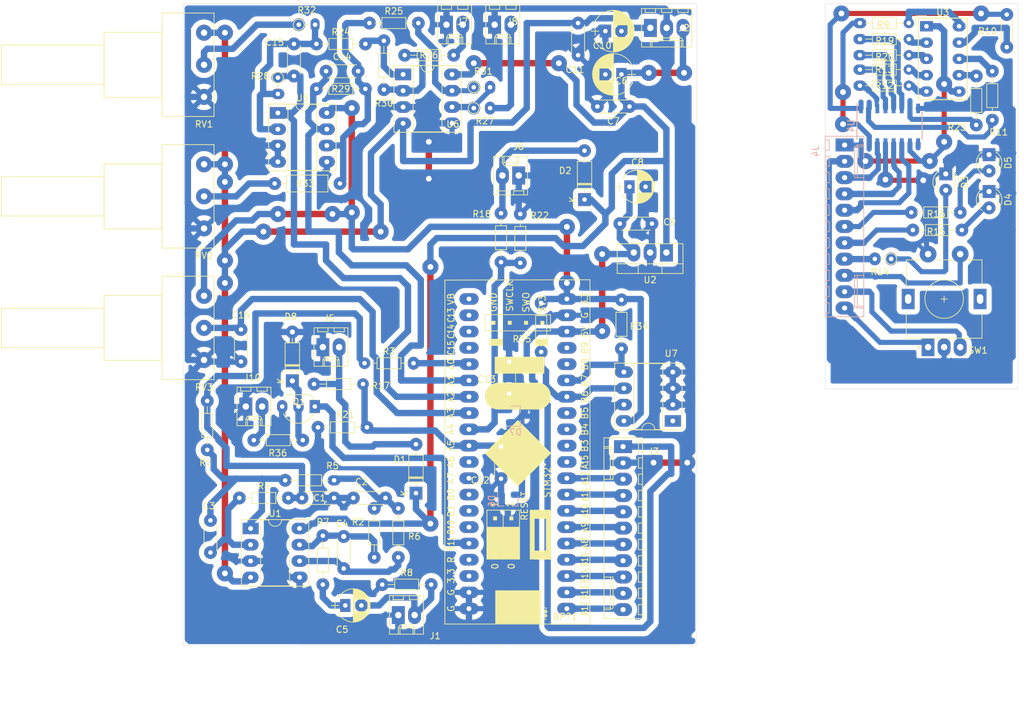
<source format=kicad_pcb>
(kicad_pcb (version 20171130) (host pcbnew "(5.1.6)-1")
  (layers (0 F.Cu signal) (31 B.Cu signal) (34 B.Paste user) (35 F.Paste user hide) (36 B.SilkS user hide) (37 F.SilkS user hide) (38 B.Mask user hide) (39 F.Mask user hide) (44 Edge.Cuts user))
  (net 0 "")
  (net 1 GND)
  (net 2 MICRO_ENC_A)
  (net 3 MICRO_ENC_B)
  (net 4 +3V3)
  (net 5 MICRO_ENC_SW)
  (net 6 "Net-(BP?1-Pad37)")
  (net 7 MICRO_LED_BANK0)
  (net 8 MICRO_LED_BANK1)
  (net 9 "Net-(BP?1-Pad35)")
  (net 10 MICRO_LED_CONFIG)
  (net 11 "Net-(BP?1-Pad34)")
  (net 12 MICRO_DISP_DATA)
  (net 13 "Net-(BP?1-Pad33)")
  (net 14 MICRO_DISP_CLK)
  (net 15 "Net-(BP?1-Pad32)")
  (net 16 MICRO_DISP_LATCH)
  (net 17 "Net-(BP?1-Pad31)")
  (net 18 "Net-(BP?1-Pad10)")
  (net 19 FINE_TUNE)
  (net 20 "Net-(BP?1-Pad11)")
  (net 21 AN_IN_PARAM2)
  (net 22 "Net-(BP?1-Pad12)")
  (net 23 AN_IN_PARAM1)
  (net 24 "Net-(BP?1-Pad13)")
  (net 25 AN_IN_FM)
  (net 26 MEM_SDA)
  (net 27 AN_IN_PITCH)
  (net 28 MEM_SCL)
  (net 29 DAC_OUT)
  (net 30 GATE_IN)
  (net 31 "Net-(BP?1-Pad24)")
  (net 32 "Net-(BP?1-Pad17)")
  (net 33 "Net-(BP?1-Pad23)")
  (net 34 +5V)
  (net 35 "Net-(BP?1-Pad22)")
  (net 36 "Net-(BP?1-Pad21)")
  (net 37 "Net-(C1-Pad1)")
  (net 38 "Net-(C2-Pad1)")
  (net 39 "Net-(C3-Pad1)")
  (net 40 "Net-(C3-Pad2)")
  (net 41 "Net-(C4-Pad1)")
  (net 42 "Net-(C4-Pad2)")
  (net 43 "Net-(C5-Pad1)")
  (net 44 "Net-(C5-Pad2)")
  (net 45 +12V)
  (net 46 -12V)
  (net 47 "Net-(C14-Pad2)")
  (net 48 "Net-(C15-Pad2)")
  (net 49 "Net-(D1-Pad2)")
  (net 50 "Net-(D2-Pad2)")
  (net 51 "Net-(D3-Pad2)")
  (net 52 "Net-(D4-Pad2)")
  (net 53 "Net-(D5-Pad2)")
  (net 54 "Net-(D8-Pad1)")
  (net 55 "Net-(J4-Pad3)")
  (net 56 "Net-(J4-Pad4)")
  (net 57 "Net-(J4-Pad5)")
  (net 58 LED_CONFIG)
  (net 59 LED_BANK1)
  (net 60 LED_BANK0)
  (net 61 ENC_SW)
  (net 62 ENC_B)
  (net 63 ENC_A)
  (net 64 "Net-(J7-Pad2)")
  (net 65 "Net-(J8-Pad2)")
  (net 66 "Net-(J10-Pad2)")
  (net 67 "Net-(R9-Pad1)")
  (net 68 "Net-(R9-Pad2)")
  (net 69 "Net-(R10-Pad1)")
  (net 70 "Net-(R10-Pad2)")
  (net 71 "Net-(R11-Pad1)")
  (net 72 "Net-(R11-Pad2)")
  (net 73 "Net-(R12-Pad1)")
  (net 74 "Net-(R12-Pad2)")
  (net 75 "Net-(R13-Pad1)")
  (net 76 "Net-(R13-Pad2)")
  (net 77 "Net-(R19-Pad1)")
  (net 78 "Net-(R19-Pad2)")
  (net 79 "Net-(R20-Pad1)")
  (net 80 "Net-(R20-Pad2)")
  (net 81 "Net-(R23-Pad1)")
  (net 82 "Net-(R23-Pad2)")
  (net 83 "Net-(R24-Pad2)")
  (net 84 "Net-(R25-Pad2)")
  (net 85 "Net-(R26-Pad1)")
  (net 86 "Net-(R27-Pad1)")
  (net 87 "Net-(R32-Pad1)")
  (net 88 "Net-(R33-Pad1)")
  (net 89 "Net-(U4-Pad9)")
  (net 90 "Net-(J4-Pad1)")
  (net 91 "Net-(D3-Pad1)")
  (net 92 "Net-(BP?1-Pad38)")
  (net 93 "Net-(BP?1-Pad16)")
  (module Resistors_ThroughHole:R_Axial_DIN0204_L3.6mm_D1.6mm_P5.08mm_Horizontal (layer F.Cu) (at 178.25 56.75 90)
    (fp_text reference R10 (at 2.5 -3 180) (layer F.SilkS))
    (fp_text value 680)
    (pad 1 thru_hole circle (at 0 0 90) (size 2 2) (drill 0.7) (layers *.Cu *.Mask) (net 69 "Net-(R10-Pad1)"))
    (pad 2 thru_hole oval (at 5.08 0 90) (size 2 2) (drill 0.7) (layers *.Cu *.Mask) (net 70 "Net-(R10-Pad2)"))
  )
  (module Package_TO_SOT_THT:TO-92_Inline_Wide (layer F.Cu) (at 70.5 112.75 180)
    (fp_text reference Q1 (at 2.5 0.75) (layer F.SilkS))
    (fp_text value BC547)
    (pad 1 thru_hole rect (at 0 0 270) (size 2 1.6) (drill 0.7) (layers *.Cu *.Mask) (net 30 GATE_IN))
    (pad 3 thru_hole oval (at 5.08 0 270) (size 2 1.6) (drill 0.7) (layers *.Cu *.Mask) (net 1 GND))
    (pad 2 thru_hole oval (at 2.54 0 270) (size 2 1.6) (drill 0.7) (layers *.Cu *.Mask) (net 54 "Net-(D8-Pad1)"))
  )
  (module Resistors_ThroughHole:R_Axial_DIN0204_L3.6mm_D1.6mm_P7.62mm_Horizontal (layer F.Cu) (at 171.25 85.25 180)
    (fp_text reference R15 (at 4 -0.25) (layer F.SilkS))
    (fp_text value 680)
    (pad 1 thru_hole circle (at 0 0 180) (size 2 2) (drill 0.7) (layers *.Cu *.Mask) (net 52 "Net-(D4-Pad2)"))
    (pad 2 thru_hole oval (at 7.62 0 180) (size 2 2) (drill 0.7) (layers *.Cu *.Mask) (net 59 LED_BANK1))
  )
  (module Resistors_ThroughHole:R_Axial_DIN0204_L3.6mm_D1.6mm_P7.62mm_Horizontal (layer F.Cu) (at 171 82.5 180)
    (fp_text reference R16 (at 3.75 -0.25) (layer F.SilkS))
    (fp_text value 680)
    (pad 1 thru_hole circle (at 0 0 180) (size 2 2) (drill 0.7) (layers *.Cu *.Mask) (net 53 "Net-(D5-Pad2)"))
    (pad 2 thru_hole oval (at 7.62 0 180) (size 2 2) (drill 0.7) (layers *.Cu *.Mask) (net 58 LED_CONFIG))
  )
  (module Resistors_ThroughHole:R_Axial_DIN0204_L3.6mm_D1.6mm_P2.54mm_Vertical (layer F.Cu) (at 160.25 89.75 180)
    (fp_text reference R14 (at 1.75 -2) (layer F.SilkS))
    (fp_text value 680)
    (pad 1 thru_hole oval (at 0 0 180) (size 1.8 2) (drill 0.7) (layers *.Cu *.Mask) (net 51 "Net-(D3-Pad2)"))
    (pad 2 thru_hole oval (at 2.54 0 180) (size 1.8 2) (drill 0.7) (layers *.Cu *.Mask) (net 60 LED_BANK0))
  )
  (module Resistors_ThroughHole:R_Axial_DIN0204_L3.6mm_D1.6mm_P2.54mm_Vertical (layer F.Cu) (at 95.25 66.25)
    (fp_text reference R27 (at 1.75 2) (layer F.SilkS))
    (fp_text value 100k)
    (pad 1 thru_hole circle (at 0 0) (size 2 2) (drill 0.7) (layers *.Cu *.Mask) (net 86 "Net-(R27-Pad1)"))
    (pad 2 thru_hole oval (at 2.54 0) (size 1.6 2) (drill 0.7) (layers *.Cu *.Mask) (net 65 "Net-(J8-Pad2)"))
  )
  (module Resistors_ThroughHole:R_Axial_DIN0207_L6.3mm_D2.5mm_P10.16mm_Horizontal (layer F.Cu) (at 64.25 78)
    (fp_text reference R33 (at 4.75 0) (layer F.SilkS))
    (fp_text value 220k)
    (pad 1 thru_hole circle (at 0 0) (size 2 2) (drill 0.7) (layers *.Cu *.Mask) (net 88 "Net-(R33-Pad1)"))
    (pad 2 thru_hole oval (at 10.16 0) (size 2 2) (drill 0.7) (layers *.Cu *.Mask) (net 47 "Net-(C14-Pad2)"))
  )
  (module Resistors_ThroughHole:R_Axial_DIN0204_L3.6mm_D1.6mm_P2.54mm_Vertical (layer F.Cu) (at 95.25 63)
    (fp_text reference R31 (at 1.5 -2.5) (layer F.SilkS))
    (fp_text value 47k)
    (pad 1 thru_hole circle (at 0 0) (size 2 2) (drill 0.7) (layers *.Cu *.Mask) (net 84 "Net-(R25-Pad2)"))
    (pad 2 thru_hole oval (at 2.54 0) (size 1.6 2) (drill 0.7) (layers *.Cu *.Mask) (net 86 "Net-(R27-Pad1)"))
  )
  (module Resistors_ThroughHole:R_Axial_DIN0204_L3.6mm_D1.6mm_P2.54mm_Vertical (layer F.Cu) (at 64.75 61.5 270)
    (fp_text reference R28 (at -0.25 2.75 180) (layer F.SilkS))
    (fp_text value 47k)
    (pad 1 thru_hole oval (at 0 0 270) (size 1.6 2) (drill 0.7) (layers *.Cu *.Mask) (net 23 AN_IN_PARAM1))
    (pad 2 thru_hole oval (at 2.54 0 270) (size 1.6 2) (drill 0.7) (layers *.Cu *.Mask) (net 48 "Net-(C15-Pad2)"))
  )
  (module Resistors_ThroughHole:R_Axial_DIN0204_L3.6mm_D1.6mm_P2.54mm_Vertical (layer F.Cu) (at 68 53.25)
    (fp_text reference R32 (at 1.25 -2.25) (layer F.SilkS))
    (fp_text value 220k)
    (pad 1 thru_hole circle (at 0 0) (size 2 2) (drill 0.7) (layers *.Cu *.Mask) (net 87 "Net-(R32-Pad1)"))
    (pad 2 thru_hole oval (at 2.54 0) (size 1.4 2) (drill 0.7) (layers *.Cu *.Mask) (net 48 "Net-(C15-Pad2)"))
  )
  (module Package_DIP:DIP-8_W7.62mm_Socket_LongPads (layer F.Cu) (at 126.25 115 180)
    (fp_text reference U7 (at 0.25 10.5) (layer F.SilkS))
    (fp_text value AT24CS04-MAHM)
    (pad 8 thru_hole oval (at 7.62 0 180) (size 2.5 1.8) (drill 0.75) (layers *.Cu *.Mask) (net 4 +3V3))
    (pad 4 thru_hole oval (at 0 7.62 180) (size 2.5 1.8) (drill 0.75) (layers *.Cu *.Mask) (net 1 GND))
    (pad 7 thru_hole oval (at 7.62 2.54 180) (size 2.5 1.8) (drill 0.75) (layers *.Cu *.Mask) (net 1 GND))
    (pad 3 thru_hole oval (at 0 5.08 180) (size 2.5 1.8) (drill 0.75) (layers *.Cu *.Mask) (net 1 GND))
    (pad 6 thru_hole oval (at 7.62 5.08 180) (size 2.5 1.8) (drill 0.75) (layers *.Cu *.Mask) (net 28 MEM_SCL))
    (pad 2 thru_hole oval (at 0 2.54 180) (size 2.5 1.8) (drill 0.75) (layers *.Cu *.Mask) (net 1 GND))
    (pad 5 thru_hole oval (at 7.62 7.62 180) (size 2.8 1.8) (drill 0.75) (layers *.Cu *.Mask) (net 26 MEM_SDA))
    (pad 1 thru_hole rect (at 0 0 180) (size 2.5 1.8) (drill 0.75) (layers *.Cu *.Mask))
  )
  (module Package_DIP:DIP-8_W7.62mm_Socket_LongPads (layer F.Cu) (at 84.25 61)
    (fp_text reference U6 (at 7.75 7.75) (layer F.SilkS))
    (fp_text value TL072)
    (pad 8 thru_hole oval (at 7.62 0) (size 2.5 1.8) (drill 0.75) (layers *.Cu *.Mask) (net 45 +12V))
    (pad 4 thru_hole oval (at 0 7.62) (size 2.5 1.8) (drill 0.75) (layers *.Cu *.Mask) (net 46 -12V))
    (pad 7 thru_hole oval (at 7.62 2.54) (size 2.5 1.8) (drill 0.75) (layers *.Cu *.Mask) (net 84 "Net-(R25-Pad2)"))
    (pad 3 thru_hole oval (at 0 5.08) (size 2.5 1.8) (drill 0.75) (layers *.Cu *.Mask) (net 1 GND))
    (pad 6 thru_hole oval (at 7.62 5.08) (size 2.5 1.8) (drill 0.75) (layers *.Cu *.Mask) (net 86 "Net-(R27-Pad1)"))
    (pad 2 thru_hole oval (at 0 2.54) (size 2.5 1.8) (drill 0.75) (layers *.Cu *.Mask) (net 85 "Net-(R26-Pad1)"))
    (pad 5 thru_hole oval (at 7.62 7.62) (size 2.5 1.8) (drill 0.75) (layers *.Cu *.Mask) (net 1 GND))
    (pad 1 thru_hole rect (at 0 0) (size 2.5 1.8) (drill 0.75) (layers *.Cu *.Mask) (net 83 "Net-(R24-Pad2)"))
  )
  (module Package_DIP:DIP-8_W7.62mm_Socket_LongPads (layer F.Cu) (at 64.75 67)
    (fp_text reference U5 (at 3.81 -2.33) (layer F.SilkS))
    (fp_text value MCP6022)
    (pad 8 thru_hole oval (at 7.62 0) (size 2.5 1.8) (drill 0.75) (layers *.Cu *.Mask) (net 4 +3V3))
    (pad 4 thru_hole oval (at 0 7.62) (size 2.5 1.8) (drill 0.75) (layers *.Cu *.Mask) (net 1 GND))
    (pad 7 thru_hole oval (at 7.62 2.54) (size 2.5 1.8) (drill 0.75) (layers *.Cu *.Mask) (net 21 AN_IN_PARAM2))
    (pad 3 thru_hole oval (at 0 5.08) (size 2.5 1.8) (drill 0.75) (layers *.Cu *.Mask) (net 1 GND))
    (pad 6 thru_hole oval (at 7.62 5.08) (size 2.5 1.8) (drill 0.75) (layers *.Cu *.Mask) (net 47 "Net-(C14-Pad2)"))
    (pad 2 thru_hole oval (at 0 2.54) (size 2.5 1.8) (drill 0.75) (layers *.Cu *.Mask) (net 48 "Net-(C15-Pad2)"))
    (pad 5 thru_hole oval (at 7.62 7.62) (size 2.5 1.8) (drill 0.75) (layers *.Cu *.Mask) (net 1 GND))
    (pad 1 thru_hole rect (at 0 0) (size 2.5 1.8) (drill 0.75) (layers *.Cu *.Mask) (net 23 AN_IN_PARAM1))
  )
  (module Housings_SOIC:SOIC-16_3.9x9.9mm_Pitch1.27mm (layer B.Cu) (at 160 69 270)
    (fp_text reference U4 (at 0 6 90) (layer B.SilkS) (effects (justify mirror)))
    (fp_text value 74HC595)
    (pad 1 smd rect (at -2.7 4.445 270) (size 1.5 0.6) (layers B.Cu B.Paste B.Mask) (net 70 "Net-(R10-Pad2)"))
    (pad 2 smd rect (at -2.7 3.175 270) (size 1.5 0.6) (layers B.Cu B.Paste B.Mask) (net 72 "Net-(R11-Pad2)"))
    (pad 3 smd rect (at -2.7 1.905 270) (size 1.5 0.6) (layers B.Cu B.Paste B.Mask) (net 74 "Net-(R12-Pad2)"))
    (pad 4 smd rect (at -2.7 0.635 270) (size 1.5 0.6) (layers B.Cu B.Paste B.Mask) (net 76 "Net-(R13-Pad2)"))
    (pad 5 smd rect (at -2.7 -0.635 270) (size 1.5 0.6) (layers B.Cu B.Paste B.Mask) (net 80 "Net-(R20-Pad2)"))
    (pad 6 smd rect (at -2.7 -1.905 270) (size 1.5 0.6) (layers B.Cu B.Paste B.Mask) (net 78 "Net-(R19-Pad2)"))
    (pad 7 smd rect (at -2.7 -3.175 270) (size 1.5 0.6) (layers B.Cu B.Paste B.Mask) (net 82 "Net-(R23-Pad2)"))
    (pad 8 smd rect (at -2.7 -4.445 270) (size 1.5 0.6) (layers B.Cu B.Paste B.Mask) (net 91 "Net-(D3-Pad1)"))
    (pad 9 smd rect (at 2.7 -4.445 270) (size 1.5 0.6) (layers B.Cu B.Paste B.Mask) (net 89 "Net-(U4-Pad9)"))
    (pad 10 smd rect (at 2.7 -3.175 270) (size 1.5 0.6) (layers B.Cu B.Paste B.Mask) (net 90 "Net-(J4-Pad1)"))
    (pad 11 smd rect (at 2.7 -1.905 270) (size 1.5 0.6) (layers B.Cu B.Paste B.Mask) (net 57 "Net-(J4-Pad5)"))
    (pad 12 smd rect (at 2.7 -0.635 270) (size 1.5 0.6) (layers B.Cu B.Paste B.Mask) (net 56 "Net-(J4-Pad4)"))
    (pad 13 smd rect (at 2.7 0.635 270) (size 1.5 0.6) (layers B.Cu B.Paste B.Mask) (net 91 "Net-(D3-Pad1)"))
    (pad 14 smd rect (at 2.7 1.905 270) (size 1.5 0.6) (layers B.Cu B.Paste B.Mask) (net 55 "Net-(J4-Pad3)"))
    (pad 15 smd rect (at 2.7 3.175 270) (size 1.5 0.6) (layers B.Cu B.Paste B.Mask) (net 68 "Net-(R9-Pad2)"))
    (pad 16 smd rect (at 2.7 4.445 270) (size 1.5 0.6) (layers B.Cu B.Paste B.Mask) (net 90 "Net-(J4-Pad1)"))
  )
  (module Display_7Segment:HDSP-7401 (layer F.Cu) (at 165.75 53.5)
    (fp_text reference U3 (at 2.54 -2.159) (layer F.SilkS))
    (fp_text value HDSP-7401)
    (pad 10 thru_hole oval (at 5.08 0) (size 2 1.6) (drill 0.7) (layers *.Cu *.Mask) (net 67 "Net-(R9-Pad1)"))
    (pad 9 thru_hole oval (at 5.08 2.54) (size 2 1.6) (drill 0.7) (layers *.Cu *.Mask) (net 69 "Net-(R10-Pad1)"))
    (pad 8 thru_hole oval (at 5.08 5.08) (size 2 1.6) (drill 0.7) (layers *.Cu *.Mask) (net 71 "Net-(R11-Pad1)"))
    (pad 7 thru_hole oval (at 5.08 7.62) (size 2 1.6) (drill 0.7) (layers *.Cu *.Mask) (net 81 "Net-(R23-Pad1)"))
    (pad 6 thru_hole oval (at 5.08 10.16) (size 2 1.6) (drill 0.7) (layers *.Cu *.Mask) (net 90 "Net-(J4-Pad1)"))
    (pad 5 thru_hole oval (at 0 10.16) (size 2 1.6) (drill 0.7) (layers *.Cu *.Mask) (net 73 "Net-(R12-Pad1)"))
    (pad 4 thru_hole oval (at 0 7.62) (size 2 1.6) (drill 0.7) (layers *.Cu *.Mask) (net 75 "Net-(R13-Pad1)"))
    (pad 3 thru_hole oval (at 0 5.08) (size 2 1.6) (drill 0.7) (layers *.Cu *.Mask) (net 79 "Net-(R20-Pad1)"))
    (pad 2 thru_hole oval (at 0 2.54) (size 2 1.6) (drill 0.7) (layers *.Cu *.Mask) (net 77 "Net-(R19-Pad1)"))
    (pad 1 thru_hole rect (at 0 0) (size 2 1.6) (drill 0.7) (layers *.Cu *.Mask) (net 90 "Net-(J4-Pad1)"))
  )
  (module Package_TO_SOT_THT:TO-220-3_Vertical (layer F.Cu) (at 125.25 88.75 180)
    (fp_text reference U2 (at 2.54 -4.27) (layer F.SilkS))
    (fp_text value L7805)
    (pad 3 thru_hole oval (at 5.08 0 180) (size 2 2.8) (drill 1) (layers *.Cu *.Mask) (net 34 +5V))
    (pad 2 thru_hole oval (at 2.54 0 180) (size 2 2.8) (drill 1) (layers *.Cu *.Mask) (net 1 GND))
    (pad 1 thru_hole rect (at 0 0 180) (size 2 2.8) (drill 1) (layers *.Cu *.Mask) (net 45 +12V))
  )
  (module Package_DIP:DIP-8_W7.62mm_Socket_LongPads (layer F.Cu) (at 60.5 131.75)
    (fp_text reference U1 (at 3.81 -2.33) (layer F.SilkS))
    (fp_text value TL072)
    (pad 8 thru_hole oval (at 7.62 0) (size 2.5 1.8) (drill 0.75) (layers *.Cu *.Mask) (net 45 +12V))
    (pad 4 thru_hole oval (at 0 7.62) (size 2.5 1.8) (drill 0.75) (layers *.Cu *.Mask) (net 46 -12V))
    (pad 7 thru_hole oval (at 7.62 2.54) (size 2.5 1.8) (drill 0.75) (layers *.Cu *.Mask) (net 41 "Net-(C4-Pad1)"))
    (pad 3 thru_hole oval (at 0 5.08) (size 2.5 1.8) (drill 0.75) (layers *.Cu *.Mask) (net 1 GND))
    (pad 6 thru_hole oval (at 7.62 5.08) (size 2.5 1.8) (drill 0.75) (layers *.Cu *.Mask) (net 42 "Net-(C4-Pad2)"))
    (pad 2 thru_hole oval (at 0 2.54) (size 2.5 1.8) (drill 0.75) (layers *.Cu *.Mask) (net 40 "Net-(C3-Pad2)"))
    (pad 5 thru_hole oval (at 7.62 7.62) (size 2.5 1.8) (drill 0.75) (layers *.Cu *.Mask) (net 1 GND))
    (pad 1 thru_hole rect (at 0 0) (size 2.5 1.8) (drill 0.75) (layers *.Cu *.Mask) (net 39 "Net-(C3-Pad1)"))
  )
  (module Rotary_Encoder:RotaryEncoder_Alps_EC11E-Switch_Vertical_H20mm (layer F.Cu) (at 166 103.5 90)
    (fp_text reference SW1 (at -0.5 7.75 180) (layer F.SilkS))
    (fp_text value Rotary_Encoder_Switch)
    (pad A thru_hole rect (at 0 0 90) (size 2.8 2) (drill 1) (layers *.Cu *.Mask) (net 63 ENC_A))
    (pad C thru_hole oval (at 0 2.5 90) (size 2.8 2) (drill 1) (layers *.Cu *.Mask) (net 91 "Net-(D3-Pad1)"))
    (pad B thru_hole oval (at 0 5 90) (size 2.8 2) (drill 1) (layers *.Cu *.Mask) (net 62 ENC_B))
    (pad MP thru_hole rect (at 7.5 -3.1 90) (size 3.2 2) (drill oval 1.5 1) (layers *.Cu *.Mask))
    (pad MP thru_hole rect (at 7.5 8.1 90) (size 3.2 2) (drill oval 1.5 1) (layers *.Cu *.Mask))
    (pad S2 thru_hole circle (at 14.5 0 90) (size 2.6 2.6) (drill 1) (layers *.Cu *.Mask) (net 91 "Net-(D3-Pad1)"))
    (pad S1 thru_hole circle (at 14.5 5 90) (size 2.6 2.6) (drill 1) (layers *.Cu *.Mask) (net 61 ENC_SW))
  )
  (module Potentiometers:Potentiometer_Piher_PC-16_Single_Vertical (layer F.Cu) (at 53.25 95.5 180)
    (fp_text reference RV3 (at 0 -14.25) (layer F.SilkS))
    (fp_text value 10kB)
    (pad 3 thru_hole circle (at 0 -10 180) (size 2.5 2.5) (drill 1) (layers *.Cu *.Mask) (net 1 GND))
    (pad 2 thru_hole circle (at 0 -5 180) (size 2.5 2.5) (drill 1) (layers *.Cu *.Mask) (net 19 FINE_TUNE))
    (pad 1 thru_hole circle (at 0 0 180) (size 2.5 2.5) (drill 1) (layers *.Cu *.Mask) (net 4 +3V3))
  )
  (module Potentiometers:Potentiometer_Piher_PC-16_Single_Vertical (layer F.Cu) (at 53.25 75 180)
    (fp_text reference RV2 (at 0 -14.25) (layer F.SilkS))
    (fp_text value 10kB)
    (pad 3 thru_hole circle (at 0 -10 180) (size 2.5 2.5) (drill 1) (layers *.Cu *.Mask) (net 1 GND))
    (pad 2 thru_hole circle (at 0 -5 180) (size 2.5 2.5) (drill 1) (layers *.Cu *.Mask) (net 88 "Net-(R33-Pad1)"))
    (pad 1 thru_hole circle (at 0 0 180) (size 2.5 2.5) (drill 1) (layers *.Cu *.Mask) (net 46 -12V))
  )
  (module Potentiometers:Potentiometer_Piher_PC-16_Single_Vertical (layer F.Cu) (at 53.25 54.5 180)
    (fp_text reference RV1 (at 0 -14.25) (layer F.SilkS))
    (fp_text value 10kB)
    (pad 3 thru_hole circle (at 0 -10 180) (size 2.5 2.5) (drill 1) (layers *.Cu *.Mask) (net 1 GND))
    (pad 2 thru_hole circle (at 0 -5 180) (size 2.5 2.5) (drill 1) (layers *.Cu *.Mask) (net 87 "Net-(R32-Pad1)"))
    (pad 1 thru_hole circle (at 0 0 180) (size 2.5 2.5) (drill 1) (layers *.Cu *.Mask) (net 46 -12V))
  )
  (module Resistors_ThroughHole:R_Axial_DIN0204_L3.6mm_D1.6mm_P7.62mm_Horizontal (layer F.Cu) (at 61 118)
    (fp_text reference R36 (at 3.75 2) (layer F.SilkS))
    (fp_text value 100k)
    (pad 1 thru_hole circle (at 0 0) (size 2 2) (drill 0.7) (layers *.Cu *.Mask) (net 66 "Net-(J10-Pad2)"))
    (pad 2 thru_hole oval (at 7.62 0) (size 2 2) (drill 0.7) (layers *.Cu *.Mask) (net 54 "Net-(D8-Pad1)"))
  )
  (module Resistors_ThroughHole:R_Axial_DIN0204_L3.6mm_D1.6mm_P7.62mm_Horizontal (layer F.Cu) (at 105.75 104.25 90)
    (fp_text reference R35 (at 2 -3 180) (layer F.SilkS))
    (fp_text value 2.2k)
    (pad 1 thru_hole circle (at 0 0 90) (size 2 2) (drill 0.7) (layers *.Cu *.Mask) (net 28 MEM_SCL))
    (pad 2 thru_hole oval (at 7.62 0 90) (size 2 2) (drill 0.7) (layers *.Cu *.Mask) (net 4 +3V3))
  )
  (module Resistors_ThroughHole:R_Axial_DIN0204_L3.6mm_D1.6mm_P7.62mm_Horizontal (layer F.Cu) (at 118.25 103.75 90)
    (fp_text reference R34 (at 3.5 2.75 180) (layer F.SilkS))
    (fp_text value 2.2k)
    (pad 1 thru_hole circle (at 0 0 90) (size 2 2) (drill 0.7) (layers *.Cu *.Mask) (net 26 MEM_SDA))
    (pad 2 thru_hole oval (at 7.62 0 90) (size 2 2) (drill 0.7) (layers *.Cu *.Mask) (net 4 +3V3))
  )
  (module Resistors_ThroughHole:R_Axial_DIN0204_L3.6mm_D1.6mm_P7.62mm_Horizontal (layer F.Cu) (at 81.25 55.75 270)
    (fp_text reference R30 (at 9.75 0 180) (layer F.SilkS))
    (fp_text value 47k)
    (pad 1 thru_hole circle (at 0 0 270) (size 2 2) (drill 0.7) (layers *.Cu *.Mask) (net 83 "Net-(R24-Pad2)"))
    (pad 2 thru_hole oval (at 7.62 0 270) (size 2 2) (drill 0.7) (layers *.Cu *.Mask) (net 85 "Net-(R26-Pad1)"))
  )
  (module Resistors_ThroughHole:R_Axial_DIN0204_L3.6mm_D1.6mm_P7.62mm_Horizontal (layer F.Cu) (at 70.75 63.25)
    (fp_text reference R29 (at 3.81 0) (layer F.SilkS))
    (fp_text value 47k)
    (pad 1 thru_hole circle (at 0 0) (size 2 2) (drill 0.7) (layers *.Cu *.Mask) (net 21 AN_IN_PARAM2))
    (pad 2 thru_hole oval (at 7.62 0) (size 2 2) (drill 0.7) (layers *.Cu *.Mask) (net 47 "Net-(C14-Pad2)"))
  )
  (module Resistors_ThroughHole:R_Axial_DIN0204_L3.6mm_D1.6mm_P7.62mm_Horizontal (layer F.Cu) (at 84.5 58)
    (fp_text reference R26 (at 3.75 0) (layer F.SilkS))
    (fp_text value 100k)
    (pad 1 thru_hole circle (at 0 0) (size 2 2) (drill 0.7) (layers *.Cu *.Mask) (net 85 "Net-(R26-Pad1)"))
    (pad 2 thru_hole oval (at 7.62 0) (size 2 2) (drill 0.7) (layers *.Cu *.Mask) (net 64 "Net-(J7-Pad2)"))
  )
  (module Resistors_ThroughHole:R_Axial_DIN0204_L3.6mm_D1.6mm_P7.62mm_Horizontal (layer F.Cu) (at 79 53)
    (fp_text reference R25 (at 3.81 -1.86) (layer F.SilkS))
    (fp_text value 47k)
    (pad 1 thru_hole circle (at 0 0) (size 2 2) (drill 0.7) (layers *.Cu *.Mask) (net 47 "Net-(C14-Pad2)"))
    (pad 2 thru_hole oval (at 7.62 0) (size 2 2) (drill 0.7) (layers *.Cu *.Mask) (net 84 "Net-(R25-Pad2)"))
  )
  (module Resistors_ThroughHole:R_Axial_DIN0204_L3.6mm_D1.6mm_P7.62mm_Horizontal (layer F.Cu) (at 70.75 56.25)
    (fp_text reference R24 (at 3.81 -1.86) (layer F.SilkS))
    (fp_text value 47k)
    (pad 1 thru_hole circle (at 0 0) (size 2 2) (drill 0.7) (layers *.Cu *.Mask) (net 48 "Net-(C15-Pad2)"))
    (pad 2 thru_hole oval (at 7.62 0) (size 2 2) (drill 0.7) (layers *.Cu *.Mask) (net 83 "Net-(R24-Pad2)"))
  )
  (module Resistors_ThroughHole:R_Axial_DIN0204_L3.6mm_D1.6mm_P7.62mm_Horizontal (layer F.Cu) (at 173.5 61.25 270)
    (fp_text reference R23 (at 8 3 180) (layer F.SilkS))
    (fp_text value 680)
    (pad 1 thru_hole circle (at 0 0 270) (size 2 2) (drill 0.7) (layers *.Cu *.Mask) (net 81 "Net-(R23-Pad1)"))
    (pad 2 thru_hole oval (at 7.62 0 270) (size 2 2) (drill 0.7) (layers *.Cu *.Mask) (net 82 "Net-(R23-Pad2)"))
  )
  (module Resistors_ThroughHole:R_Axial_DIN0204_L3.6mm_D1.6mm_P7.62mm_Horizontal (layer F.Cu) (at 102.5 82.75 270)
    (fp_text reference R22 (at 0.25 -3 180) (layer F.SilkS))
    (fp_text value 33k)
    (pad 1 thru_hole circle (at 0 0 270) (size 2 2) (drill 0.7) (layers *.Cu *.Mask) (net 1 GND))
    (pad 2 thru_hole oval (at 7.62 0 270) (size 2 2) (drill 0.7) (layers *.Cu *.Mask) (net 25 AN_IN_FM))
  )
  (module Resistors_ThroughHole:R_Axial_DIN0204_L3.6mm_D1.6mm_P7.62mm_Horizontal (layer F.Cu) (at 71 116)
    (fp_text reference R21 (at 4.25 -2) (layer F.SilkS))
    (fp_text value 33k)
    (pad 1 thru_hole circle (at 0 0) (size 2 2) (drill 0.7) (layers *.Cu *.Mask) (net 1 GND))
    (pad 2 thru_hole oval (at 7.62 0) (size 2 2) (drill 0.7) (layers *.Cu *.Mask) (net 27 AN_IN_PITCH))
  )
  (module Resistors_ThroughHole:R_Axial_DIN0204_L3.6mm_D1.6mm_P7.62mm_Horizontal (layer F.Cu) (at 163 58 180)
    (fp_text reference R20 (at 3.75 -0.25) (layer F.SilkS))
    (fp_text value 680)
    (pad 1 thru_hole circle (at 0 0 180) (size 1.6 1.6) (drill 0.7) (layers *.Cu *.Mask) (net 79 "Net-(R20-Pad1)"))
    (pad 2 thru_hole oval (at 7.62 0 180) (size 2 1.6) (drill 0.7) (layers *.Cu *.Mask) (net 80 "Net-(R20-Pad2)"))
  )
  (module Resistors_ThroughHole:R_Axial_DIN0204_L3.6mm_D1.6mm_P7.62mm_Horizontal (layer F.Cu) (at 163 55.5 180)
    (fp_text reference R19 (at 3.75 -0.25) (layer F.SilkS))
    (fp_text value 680)
    (pad 1 thru_hole circle (at 0 0 180) (size 1.6 1.6) (drill 0.7) (layers *.Cu *.Mask) (net 77 "Net-(R19-Pad1)"))
    (pad 2 thru_hole oval (at 7.62 0 180) (size 2 1.6) (drill 0.7) (layers *.Cu *.Mask) (net 78 "Net-(R19-Pad2)"))
  )
  (module Resistors_ThroughHole:R_Axial_DIN0204_L3.6mm_D1.6mm_P7.62mm_Horizontal (layer F.Cu) (at 99.5 90.25 90)
    (fp_text reference R18 (at 7.5 -3 180) (layer F.SilkS))
    (fp_text value 100k)
    (pad 1 thru_hole circle (at 0 0 90) (size 2 2) (drill 0.7) (layers *.Cu *.Mask) (net 25 AN_IN_FM))
    (pad 2 thru_hole oval (at 7.62 0 90) (size 2 2) (drill 0.7) (layers *.Cu *.Mask) (net 50 "Net-(D2-Pad2)"))
  )
  (module Resistors_ThroughHole:R_Axial_DIN0204_L3.6mm_D1.6mm_P7.62mm_Horizontal (layer F.Cu) (at 78 109.25 180)
    (fp_text reference R17 (at -2.75 -0.25) (layer F.SilkS))
    (fp_text value 100k)
    (pad 1 thru_hole circle (at 0 0 180) (size 1.8 1.8) (drill 0.7) (layers *.Cu *.Mask) (net 27 AN_IN_PITCH))
    (pad 2 thru_hole oval (at 7.62 0 180) (size 2 2) (drill 0.7) (layers *.Cu *.Mask) (net 49 "Net-(D1-Pad2)"))
  )
  (module Resistors_ThroughHole:R_Axial_DIN0204_L3.6mm_D1.6mm_P7.62mm_Horizontal (layer F.Cu) (at 163 60.25 180)
    (fp_text reference R13 (at 3.81 0) (layer F.SilkS))
    (fp_text value 680)
    (pad 1 thru_hole circle (at 0 0 180) (size 1.6 1.6) (drill 0.7) (layers *.Cu *.Mask) (net 75 "Net-(R13-Pad1)"))
    (pad 2 thru_hole oval (at 7.62 0 180) (size 2 1.6) (drill 0.7) (layers *.Cu *.Mask) (net 76 "Net-(R13-Pad2)"))
  )
  (module Resistors_ThroughHole:R_Axial_DIN0204_L3.6mm_D1.6mm_P7.62mm_Horizontal (layer F.Cu) (at 163 62.75 180)
    (fp_text reference R12 (at 3.81 0) (layer F.SilkS))
    (fp_text value 680)
    (pad 1 thru_hole circle (at 0 0 180) (size 1.6 1.6) (drill 0.7) (layers *.Cu *.Mask) (net 73 "Net-(R12-Pad1)"))
    (pad 2 thru_hole oval (at 7.62 0 180) (size 2 1.6) (drill 0.7) (layers *.Cu *.Mask) (net 74 "Net-(R12-Pad2)"))
  )
  (module Resistors_ThroughHole:R_Axial_DIN0204_L3.6mm_D1.6mm_P7.62mm_Horizontal (layer F.Cu) (at 176 60.5 270)
    (fp_text reference R11 (at 9.5 -1 180) (layer F.SilkS))
    (fp_text value 680)
    (pad 1 thru_hole circle (at 0 0 270) (size 2 2) (drill 0.7) (layers *.Cu *.Mask) (net 71 "Net-(R11-Pad1)"))
    (pad 2 thru_hole oval (at 7.62 0 270) (size 2 2) (drill 0.7) (layers *.Cu *.Mask) (net 72 "Net-(R11-Pad2)"))
  )
  (module Resistors_ThroughHole:R_Axial_DIN0204_L3.6mm_D1.6mm_P7.62mm_Horizontal (layer F.Cu) (at 163 53 180)
    (fp_text reference R9 (at 4 -0.25) (layer F.SilkS))
    (fp_text value 680)
    (pad 1 thru_hole circle (at 0 0 180) (size 1.6 1.6) (drill 0.7) (layers *.Cu *.Mask) (net 67 "Net-(R9-Pad1)"))
    (pad 2 thru_hole oval (at 7.62 0 180) (size 2 1.6) (drill 0.7) (layers *.Cu *.Mask) (net 68 "Net-(R9-Pad2)"))
  )
  (module Resistors_ThroughHole:R_Axial_DIN0204_L3.6mm_D1.6mm_P7.62mm_Horizontal (layer F.Cu) (at 81 140.5)
    (fp_text reference R8 (at 3.81 -1.86) (layer F.SilkS))
    (fp_text value 100k)
    (pad 1 thru_hole circle (at 0 0) (size 2 2) (drill 0.7) (layers *.Cu *.Mask) (net 1 GND))
    (pad 2 thru_hole oval (at 7.62 0) (size 2 2) (drill 0.7) (layers *.Cu *.Mask) (net 44 "Net-(C5-Pad2)"))
  )
  (module Resistors_ThroughHole:R_Axial_DIN0204_L3.6mm_D1.6mm_P7.62mm_Horizontal (layer F.Cu) (at 71.75 140.5 90)
    (fp_text reference R7 (at 9.75 0 180) (layer F.SilkS))
    (fp_text value 100)
    (pad 1 thru_hole circle (at 0 0 90) (size 2 2) (drill 0.7) (layers *.Cu *.Mask) (net 43 "Net-(C5-Pad1)"))
    (pad 2 thru_hole oval (at 7.62 0 90) (size 2 2) (drill 0.7) (layers *.Cu *.Mask) (net 41 "Net-(C4-Pad1)"))
  )
  (module Resistors_ThroughHole:R_Axial_DIN0204_L3.6mm_D1.6mm_P7.62mm_Horizontal (layer F.Cu) (at 83.5 136.25 90)
    (fp_text reference R6 (at 3.25 2.5 180) (layer F.SilkS))
    (fp_text value 1.8k)
    (pad 1 thru_hole circle (at 0 0 90) (size 2 2) (drill 0.7) (layers *.Cu *.Mask) (net 42 "Net-(C4-Pad2)"))
    (pad 2 thru_hole oval (at 7.62 0 90) (size 2 2) (drill 0.7) (layers *.Cu *.Mask) (net 38 "Net-(C2-Pad1)"))
  )
  (module Resistors_ThroughHole:R_Axial_DIN0204_L3.6mm_D1.6mm_P7.62mm_Horizontal (layer F.Cu) (at 73.5 124.25 180)
    (fp_text reference R5 (at 0.25 2.25) (layer F.SilkS))
    (fp_text value 1.2k)
    (pad 1 thru_hole oval (at 0 0 180) (size 2 1.6) (drill 0.7) (layers *.Cu *.Mask) (net 38 "Net-(C2-Pad1)"))
    (pad 2 thru_hole oval (at 7.62 0 180) (size 2 2) (drill 0.7) (layers *.Cu *.Mask) (net 39 "Net-(C3-Pad1)"))
  )
  (module Resistors_ThroughHole:R_Axial_DIN0204_L3.6mm_D1.6mm_P7.62mm_Horizontal (layer F.Cu) (at 58.75 127)
    (fp_text reference R4 (at 3.81 -1.86) (layer F.SilkS))
    (fp_text value 3.9k)
    (pad 1 thru_hole circle (at 0 0) (size 2 2) (drill 0.7) (layers *.Cu *.Mask) (net 40 "Net-(C3-Pad2)"))
    (pad 2 thru_hole oval (at 7.62 0) (size 2 2) (drill 0.7) (layers *.Cu *.Mask) (net 37 "Net-(C1-Pad1)"))
  )
  (module Resistors_ThroughHole:R_Axial_DIN0204_L3.6mm_D1.6mm_P7.62mm_Horizontal (layer F.Cu) (at 78.25 106)
    (fp_text reference R3 (at 3.81 -1.86) (layer F.SilkS))
    (fp_text value 3.9k)
    (pad 1 thru_hole circle (at 0 0) (size 1.8 1.8) (drill 0.7) (layers *.Cu *.Mask) (net 37 "Net-(C1-Pad1)"))
    (pad 2 thru_hole oval (at 7.62 0) (size 1.8 2) (drill 0.7) (layers *.Cu *.Mask) (net 29 DAC_OUT))
  )
  (module Resistors_ThroughHole:R_Axial_DIN0204_L3.6mm_D1.6mm_P7.62mm_Horizontal (layer F.Cu) (at 79.75 136.25 90)
    (fp_text reference R2 (at 5.5 -2.5 180) (layer F.SilkS))
    (fp_text value 2.2k)
    (pad 1 thru_hole circle (at 0 0 90) (size 2 2) (drill 0.7) (layers *.Cu *.Mask) (net 41 "Net-(C4-Pad1)"))
    (pad 2 thru_hole oval (at 7.62 0 90) (size 2 2) (drill 0.7) (layers *.Cu *.Mask) (net 38 "Net-(C2-Pad1)"))
  )
  (module Resistors_ThroughHole:R_Axial_DIN0204_L3.6mm_D1.6mm_P7.62mm_Horizontal (layer F.Cu) (at 53.75 119.5 90)
    (fp_text reference R1 (at -2 -0.25 180) (layer F.SilkS))
    (fp_text value 6.8k)
    (pad 1 thru_hole circle (at 0 0 90) (size 2 2) (drill 0.7) (layers *.Cu *.Mask) (net 39 "Net-(C3-Pad1)"))
    (pad 2 thru_hole oval (at 7.62 0 90) (size 2 2) (drill 0.7) (layers *.Cu *.Mask) (net 37 "Net-(C1-Pad1)"))
  )
  (module Connectors_Molex:Molex_KK-6410-02_02x2.54mm_Straight (layer F.Cu) (at 59.75 112.75)
    (fp_text reference J10 (at 1 -4.5) (layer F.SilkS))
    (fp_text value GATE_INPUT)
    (pad 1 thru_hole rect (at 0 0) (size 2 2.8) (drill 1) (layers *.Cu *.Mask) (net 1 GND))
    (pad 2 thru_hole oval (at 2.54 0) (size 2 2.8) (drill 1) (layers *.Cu *.Mask) (net 66 "Net-(J10-Pad2)"))
  )
  (module Connectors_Molex:Molex_KK-6410-02_02x2.54mm_Straight (layer F.Cu) (at 98.5 53.25)
    (fp_text reference J8 (at 2.75 -0.5) (layer F.SilkS))
    (fp_text value "COLOR CV")
    (pad 1 thru_hole rect (at 0 0) (size 2 2.8) (drill 1) (layers *.Cu *.Mask) (net 1 GND))
    (pad 2 thru_hole oval (at 2.54 0) (size 2 2.8) (drill 1) (layers *.Cu *.Mask) (net 65 "Net-(J8-Pad2)"))
  )
  (module Connectors_Molex:Molex_KK-6410-02_02x2.54mm_Straight (layer F.Cu) (at 91 53.25)
    (fp_text reference J7 (at 2.5 -0.5) (layer F.SilkS))
    (fp_text value "TIMBRE CV")
    (pad 1 thru_hole rect (at 0 0) (size 2 2.8) (drill 1) (layers *.Cu *.Mask) (net 1 GND))
    (pad 2 thru_hole oval (at 2.54 0) (size 2 2.8) (drill 1) (layers *.Cu *.Mask) (net 64 "Net-(J7-Pad2)"))
  )
  (module Connectors_Molex:Molex_KK-6410-02_02x2.54mm_Straight (layer F.Cu) (at 102.25 76.75 180)
    (fp_text reference J6 (at 0 4.5) (layer F.SilkS))
    (fp_text value FM_INPUT)
    (pad 1 thru_hole rect (at 0 0 180) (size 2 2.8) (drill 1) (layers *.Cu *.Mask) (net 1 GND))
    (pad 2 thru_hole oval (at 2.54 0 180) (size 2 2.8) (drill 1) (layers *.Cu *.Mask) (net 50 "Net-(D2-Pad2)"))
  )
  (module Connectors_Molex:Molex_KK-6410-02_02x2.54mm_Straight (layer F.Cu) (at 71.75 103.5)
    (fp_text reference J5 (at 1 -4.5) (layer F.SilkS))
    (fp_text value CV_INPUT)
    (pad 1 thru_hole rect (at 0 0) (size 2 2.8) (drill 1) (layers *.Cu *.Mask) (net 1 GND))
    (pad 2 thru_hole oval (at 2.54 0) (size 2 2.8) (drill 1) (layers *.Cu *.Mask) (net 49 "Net-(D1-Pad2)"))
  )
  (module Connectors_Molex:Molex_KK-6410-11_11x2.54mm_Straight (layer B.Cu) (at 153 72 270)
    (fp_text reference J4 (at 1 4.5 270) (layer B.SilkS) (effects (justify mirror)))
    (fp_text value "Front panel conn")
    (pad 1 thru_hole rect (at 0 0 270) (size 2 2.8) (drill 0.8) (layers *.Cu *.Mask) (net 90 "Net-(J4-Pad1)"))
    (pad 2 thru_hole oval (at 2.54 0 270) (size 2 2.8) (drill 0.8) (layers *.Cu *.Mask) (net 91 "Net-(D3-Pad1)"))
    (pad 3 thru_hole oval (at 5.08 0 270) (size 2 2.8) (drill 0.8) (layers *.Cu *.Mask) (net 55 "Net-(J4-Pad3)"))
    (pad 4 thru_hole oval (at 7.62 0 270) (size 2 2.8) (drill 0.8) (layers *.Cu *.Mask) (net 56 "Net-(J4-Pad4)"))
    (pad 5 thru_hole oval (at 10.16 0 270) (size 2 2.8) (drill 0.8) (layers *.Cu *.Mask) (net 57 "Net-(J4-Pad5)"))
    (pad 6 thru_hole oval (at 12.7 0 270) (size 2 2.8) (drill 0.8) (layers *.Cu *.Mask) (net 58 LED_CONFIG))
    (pad 7 thru_hole oval (at 15.24 0 270) (size 2 2.8) (drill 0.8) (layers *.Cu *.Mask) (net 59 LED_BANK1))
    (pad 8 thru_hole oval (at 17.78 0 270) (size 2 2.8) (drill 0.8) (layers *.Cu *.Mask) (net 60 LED_BANK0))
    (pad 9 thru_hole oval (at 20.32 0 270) (size 2 2.8) (drill 0.8) (layers *.Cu *.Mask) (net 61 ENC_SW))
    (pad 10 thru_hole oval (at 22.86 0 270) (size 2 2.8) (drill 0.8) (layers *.Cu *.Mask) (net 62 ENC_B))
    (pad 11 thru_hole oval (at 25.4 0 270) (size 2 2.8) (drill 0.8) (layers *.Cu *.Mask) (net 63 ENC_A))
  )
  (module Connectors_Molex:Molex_KK-6410-11_11x2.54mm_Straight (layer F.Cu) (at 118.5 119 270)
    (fp_text reference J3 (at 0.75 -4.75 180) (layer F.SilkS))
    (fp_text value "Front Panel conn")
    (pad 1 thru_hole rect (at 0 0 270) (size 2 2.8) (drill 0.8) (layers *.Cu *.Mask) (net 34 +5V))
    (pad 2 thru_hole oval (at 2.54 0 270) (size 2 2.8) (drill 0.8) (layers *.Cu *.Mask) (net 1 GND))
    (pad 3 thru_hole oval (at 5.08 0 270) (size 2 2.8) (drill 0.8) (layers *.Cu *.Mask) (net 12 MICRO_DISP_DATA))
    (pad 4 thru_hole oval (at 7.62 0 270) (size 2 2.8) (drill 0.8) (layers *.Cu *.Mask) (net 16 MICRO_DISP_LATCH))
    (pad 5 thru_hole oval (at 10.16 0 270) (size 2 2.8) (drill 0.8) (layers *.Cu *.Mask) (net 14 MICRO_DISP_CLK))
    (pad 6 thru_hole oval (at 12.7 0 270) (size 2 2.8) (drill 0.8) (layers *.Cu *.Mask) (net 10 MICRO_LED_CONFIG))
    (pad 7 thru_hole oval (at 15.24 0 270) (size 2 2.8) (drill 0.8) (layers *.Cu *.Mask) (net 8 MICRO_LED_BANK1))
    (pad 8 thru_hole oval (at 17.78 0 270) (size 2 2.8) (drill 0.8) (layers *.Cu *.Mask) (net 7 MICRO_LED_BANK0))
    (pad 9 thru_hole oval (at 20.32 0 270) (size 2 2.8) (drill 0.8) (layers *.Cu *.Mask) (net 5 MICRO_ENC_SW))
    (pad 10 thru_hole oval (at 22.86 0 270) (size 2 2.8) (drill 0.8) (layers *.Cu *.Mask) (net 3 MICRO_ENC_B))
    (pad 11 thru_hole oval (at 25.4 0 270) (size 2 2.8) (drill 0.8) (layers *.Cu *.Mask) (net 2 MICRO_ENC_A))
  )
  (module Connectors_Molex:Molex_KK-6410-03_03x2.54mm_Straight (layer F.Cu) (at 122.75 53.75)
    (fp_text reference J2 (at 5.25 0) (layer F.SilkS))
    (fp_text value POWER)
    (pad 1 thru_hole rect (at 0 0) (size 2 2.8) (drill 1) (layers *.Cu *.Mask) (net 46 -12V))
    (pad 2 thru_hole oval (at 2.54 0) (size 2 2.8) (drill 1) (layers *.Cu *.Mask) (net 1 GND))
    (pad 3 thru_hole oval (at 5.08 0) (size 2 2.8) (drill 1) (layers *.Cu *.Mask) (net 45 +12V))
  )
  (module Connectors_Molex:Molex_KK-6410-02_02x2.54mm_Straight (layer F.Cu) (at 83.5 145.25)
    (fp_text reference J1 (at 5.75 3.25) (layer F.SilkS))
    (fp_text value AUDIO_OUT)
    (pad 1 thru_hole rect (at 0 0) (size 2 2.8) (drill 1) (layers *.Cu *.Mask) (net 1 GND))
    (pad 2 thru_hole oval (at 2.54 0) (size 2 2.8) (drill 1) (layers *.Cu *.Mask) (net 44 "Net-(C5-Pad2)"))
  )
  (module Diode_THT:D_DO-35_SOD27_P7.62mm_Horizontal (layer F.Cu) (at 67 108.75 90)
    (fp_text reference D8 (at 10 -0.25 180) (layer F.SilkS))
    (fp_text value 1N4148)
    (fp_text user K (at 0 -1.8 90) (layer F.SilkS))
    (pad 2 thru_hole oval (at 7.62 0 90) (size 2 2) (drill 0.8) (layers *.Cu *.Mask) (net 1 GND))
    (pad 1 thru_hole rect (at 0 0 90) (size 2 2) (drill 0.8) (layers *.Cu *.Mask) (net 54 "Net-(D8-Pad1)"))
  )
  (module Package_TO_SOT_SMD:SOT-23 (layer B.Cu) (at 101.75 114.25)
    (fp_text reference D7 (at 0 2.5) (layer B.SilkS) (effects (justify mirror)))
    (fp_text value BAT54A)
    (pad 3 smd rect (at 1 0) (size 0.9 0.8) (layers B.Cu B.Paste B.Mask) (net 1 GND))
    (pad 2 smd rect (at -1 -0.95) (size 0.9 0.8) (layers B.Cu B.Paste B.Mask) (net 25 AN_IN_FM))
    (pad 1 smd rect (at -1 0.95) (size 0.9 0.8) (layers B.Cu B.Paste B.Mask) (net 1 GND))
  )
  (module Package_TO_SOT_SMD:SOT-23 (layer B.Cu) (at 100.55 127.5 270)
    (fp_text reference D6 (at 0 2.5 90) (layer B.SilkS) (effects (justify mirror)))
    (fp_text value BAT54A)
    (pad 3 smd rect (at 1 0 270) (size 0.9 0.8) (layers B.Cu B.Paste B.Mask) (net 1 GND))
    (pad 2 smd rect (at -1 -0.95 270) (size 0.9 0.8) (layers B.Cu B.Paste B.Mask) (net 27 AN_IN_PITCH))
    (pad 1 smd rect (at -1 0.95 270) (size 0.9 0.8) (layers B.Cu B.Paste B.Mask) (net 1 GND))
  )
  (module LEDs:LED_D3.0mm (layer F.Cu) (at 175.5 73.5 270)
    (fp_text reference D5 (at 1.27 -2.96 90) (layer F.SilkS))
    (fp_text value LED)
    (pad 1 thru_hole rect (at 0 0 270) (size 2 2) (drill 0.8) (layers *.Cu *.Mask) (net 91 "Net-(D3-Pad1)"))
    (pad 2 thru_hole circle (at 2.54 0 270) (size 2 2) (drill 0.8) (layers *.Cu *.Mask) (net 53 "Net-(D5-Pad2)"))
  )
  (module LEDs:LED_D3.0mm (layer F.Cu) (at 175.5 79.25 270)
    (fp_text reference D4 (at 1.27 -2.96 90) (layer F.SilkS))
    (fp_text value LED)
    (pad 1 thru_hole rect (at 0 0 270) (size 2 2) (drill 0.8) (layers *.Cu *.Mask) (net 91 "Net-(D3-Pad1)"))
    (pad 2 thru_hole circle (at 2.54 0 270) (size 2 2) (drill 0.8) (layers *.Cu *.Mask) (net 52 "Net-(D4-Pad2)"))
  )
  (module LEDs:LED_D3.0mm (layer F.Cu) (at 168.75 76.5 270)
    (fp_text reference D3 (at 1.27 -2.96 90) (layer F.SilkS))
    (fp_text value LED)
    (pad 1 thru_hole rect (at 0 0 270) (size 2 2) (drill 0.8) (layers *.Cu *.Mask) (net 91 "Net-(D3-Pad1)"))
    (pad 2 thru_hole circle (at 2.54 0 270) (size 2 2) (drill 0.8) (layers *.Cu *.Mask) (net 51 "Net-(D3-Pad2)"))
  )
  (module Diode_THT:D_DO-35_SOD27_P7.62mm_Horizontal (layer F.Cu) (at 112.5 80.5 90)
    (fp_text reference D2 (at 4.5 -3 180) (layer F.SilkS))
    (fp_text value 1N4148)
    (fp_text user K (at 0 -1.8 90) (layer F.SilkS))
    (pad 2 thru_hole oval (at 7.62 0 90) (size 2 2) (drill 0.7) (layers *.Cu *.Mask) (net 50 "Net-(D2-Pad2)"))
    (pad 1 thru_hole rect (at 0 0 90) (size 2 2) (drill 0.7) (layers *.Cu *.Mask) (net 45 +12V))
  )
  (module Diode_THT:D_DO-35_SOD27_P7.62mm_Horizontal (layer F.Cu) (at 86.25 126.25 90)
    (fp_text reference D1 (at 5.25 -2.5 180) (layer F.SilkS))
    (fp_text value 1N4148)
    (fp_text user K (at 0 -1.8 90) (layer F.SilkS))
    (pad 2 thru_hole oval (at 7.62 0 90) (size 2 2) (drill 0.7) (layers *.Cu *.Mask) (net 49 "Net-(D1-Pad2)"))
    (pad 1 thru_hole rect (at 0 0 90) (size 2 2) (drill 0.7) (layers *.Cu *.Mask) (net 45 +12V))
  )
  (module Capacitors_ThroughHole:C_Disc_D4.3mm_W1.9mm_P5.00mm (layer F.Cu) (at 59 100.75 270)
    (fp_text reference C16 (at -2.25 0 180) (layer F.SilkS))
    (fp_text value 100nF)
    (pad 1 thru_hole circle (at 0 0 270) (size 2 2) (drill 0.7) (layers *.Cu *.Mask) (net 19 FINE_TUNE))
    (pad 2 thru_hole circle (at 5 0 270) (size 2 2) (drill 0.7) (layers *.Cu *.Mask) (net 1 GND))
  )
  (module Capacitors_ThroughHole:C_Disc_D4.3mm_W1.9mm_P5.00mm (layer F.Cu) (at 67.25 61.25 90)
    (fp_text reference C15 (at 5.25 -3 180) (layer F.SilkS))
    (fp_text value 220pF)
    (pad 1 thru_hole circle (at 0 0 90) (size 2 2) (drill 0.7) (layers *.Cu *.Mask) (net 23 AN_IN_PARAM1))
    (pad 2 thru_hole circle (at 5 0 90) (size 2 2) (drill 0.7) (layers *.Cu *.Mask) (net 48 "Net-(C15-Pad2)"))
  )
  (module Capacitors_ThroughHole:C_Disc_D4.3mm_W1.9mm_P5.00mm (layer F.Cu) (at 72.25 60.5)
    (fp_text reference C14 (at 2.5 -2.26) (layer F.SilkS))
    (fp_text value 220pF)
    (pad 1 thru_hole circle (at 0 0) (size 2 2) (drill 0.7) (layers *.Cu *.Mask) (net 21 AN_IN_PARAM2))
    (pad 2 thru_hole circle (at 5 0) (size 2 2) (drill 0.7) (layers *.Cu *.Mask) (net 47 "Net-(C14-Pad2)"))
  )
  (module Capacitors_ThroughHole:C_Disc_D4.3mm_W1.9mm_P5.00mm (layer F.Cu) (at 100.75 110.75 90)
    (fp_text reference C13 (at 2.25 -3.5 180) (layer F.SilkS))
    (fp_text value 220pF)
    (pad 1 thru_hole circle (at 0 0 90) (size 2 2) (drill 0.7) (layers *.Cu *.Mask) (net 25 AN_IN_FM))
    (pad 2 thru_hole circle (at 5 0 90) (size 2 2) (drill 0.7) (layers *.Cu *.Mask) (net 1 GND))
  )
  (module Capacitors_ThroughHole:C_Disc_D4.3mm_W1.9mm_P5.00mm (layer F.Cu) (at 99.5 119 270)
    (fp_text reference C12 (at 5.25 3.25 180) (layer F.SilkS))
    (fp_text value 220pF)
    (pad 1 thru_hole circle (at 0 0 270) (size 2 2) (drill 0.7) (layers *.Cu *.Mask) (net 27 AN_IN_PITCH))
    (pad 2 thru_hole circle (at 5 0 270) (size 2 2) (drill 0.7) (layers *.Cu *.Mask) (net 1 GND))
  )
  (module Capacitors_ThroughHole:C_Disc_D4.3mm_W1.9mm_P5.00mm (layer F.Cu) (at 111.5 58 90)
    (fp_text reference C11 (at -2.25 -0.5 180) (layer F.SilkS))
    (fp_text value 100nF)
    (pad 1 thru_hole circle (at 0 0 90) (size 2 2) (drill 0.7) (layers *.Cu *.Mask) (net 1 GND))
    (pad 2 thru_hole circle (at 5 0 90) (size 2 2) (drill 0.7) (layers *.Cu *.Mask) (net 46 -12V))
  )
  (module Capacitors_ThroughHole:CP_Radial_D6.3mm_P2.50mm (layer F.Cu) (at 115.75 54.25)
    (fp_text reference C10 (at -0.5 2.25) (layer F.SilkS))
    (fp_text value 100uFx25V)
    (pad 1 thru_hole rect (at 0 0) (size 1.8 2) (drill 0.7) (layers *.Cu *.Mask) (net 1 GND))
    (pad 2 thru_hole circle (at 2.5 0) (size 2 2) (drill 0.7) (layers *.Cu *.Mask) (net 46 -12V))
  )
  (module Capacitors_ThroughHole:C_Disc_D4.3mm_W1.9mm_P5.00mm (layer F.Cu) (at 118 84.25)
    (fp_text reference C9 (at 7.75 -0.25) (layer F.SilkS))
    (fp_text value 100nF)
    (pad 1 thru_hole circle (at 0 0) (size 2 2) (drill 0.7) (layers *.Cu *.Mask) (net 34 +5V))
    (pad 2 thru_hole circle (at 5 0) (size 2 2) (drill 0.7) (layers *.Cu *.Mask) (net 1 GND))
  )
  (module Capacitors_ThroughHole:CP_Radial_D5.0mm_P2.50mm (layer F.Cu) (at 119.5 78.5)
    (fp_text reference C8 (at 1.25 -3.81) (layer F.SilkS))
    (fp_text value 10uFx25V)
    (pad 1 thru_hole rect (at 0 0) (size 1.6 2) (drill 0.7) (layers *.Cu *.Mask) (net 34 +5V))
    (pad 2 thru_hole circle (at 2.5 0) (size 2 2) (drill 0.7) (layers *.Cu *.Mask) (net 1 GND))
  )
  (module Capacitors_ThroughHole:C_Disc_D4.3mm_W1.9mm_P5.00mm (layer F.Cu) (at 119.5 66 180)
    (fp_text reference C7 (at 2.5 -2.26) (layer F.SilkS))
    (fp_text value 100nF)
    (pad 1 thru_hole circle (at 0 0 180) (size 2 2) (drill 0.7) (layers *.Cu *.Mask) (net 45 +12V))
    (pad 2 thru_hole circle (at 5 0 180) (size 2 2) (drill 0.7) (layers *.Cu *.Mask) (net 1 GND))
  )
  (module Capacitors_ThroughHole:CP_Radial_D6.3mm_P2.50mm (layer F.Cu) (at 118.25 61 180)
    (fp_text reference C6 (at 0 -1) (layer F.SilkS))
    (fp_text value 100uFx25V)
    (pad 1 thru_hole rect (at 0 0 180) (size 1.6 2) (drill 0.7) (layers *.Cu *.Mask) (net 45 +12V))
    (pad 2 thru_hole circle (at 2.5 0 180) (size 2 2) (drill 0.7) (layers *.Cu *.Mask) (net 1 GND))
  )
  (module Capacitors_ThroughHole:CP_Radial_D5.0mm_P2.50mm (layer F.Cu) (at 75.25 143.75)
    (fp_text reference C5 (at -0.5 3.75) (layer F.SilkS))
    (fp_text value 10uFx25V)
    (pad 1 thru_hole rect (at 0 0) (size 1.6 2) (drill 0.7) (layers *.Cu *.Mask) (net 43 "Net-(C5-Pad1)"))
    (pad 2 thru_hole circle (at 2.5 0) (size 2 2) (drill 0.7) (layers *.Cu *.Mask) (net 44 "Net-(C5-Pad2)"))
  )
  (module Capacitors_ThroughHole:C_Disc_D4.3mm_W1.9mm_P5.00mm (layer F.Cu) (at 75 133 270)
    (fp_text reference C4 (at -2 0.25 180) (layer F.SilkS))
    (fp_text value 1nF)
    (pad 1 thru_hole circle (at 0 0 270) (size 2 2) (drill 0.8) (layers *.Cu *.Mask) (net 41 "Net-(C4-Pad1)"))
    (pad 2 thru_hole circle (at 5 0 270) (size 2 2) (drill 0.7) (layers *.Cu *.Mask) (net 42 "Net-(C4-Pad2)"))
  )
  (module Capacitors_ThroughHole:C_Disc_D4.3mm_W1.9mm_P5.00mm (layer F.Cu) (at 54.25 130.5 270)
    (fp_text reference C3 (at -2.25 0.25 180) (layer F.SilkS))
    (fp_text value 1nF)
    (pad 1 thru_hole circle (at 0 0 270) (size 2 2) (drill 0.7) (layers *.Cu *.Mask) (net 39 "Net-(C3-Pad1)"))
    (pad 2 thru_hole circle (at 5 0 270) (size 2 2) (drill 0.7) (layers *.Cu *.Mask) (net 40 "Net-(C3-Pad2)"))
  )
  (module Capacitors_ThroughHole:C_Disc_D4.3mm_W1.9mm_P5.00mm (layer F.Cu) (at 81.5 127 180)
    (fp_text reference C2 (at 3.75 2.5) (layer F.SilkS))
    (fp_text value 22nF)
    (pad 1 thru_hole circle (at 0 0 180) (size 2 2) (drill 0.7) (layers *.Cu *.Mask) (net 38 "Net-(C2-Pad1)"))
    (pad 2 thru_hole circle (at 5 0 180) (size 2 2) (drill 0.7) (layers *.Cu *.Mask) (net 1 GND))
  )
  (module Capacitors_ThroughHole:C_Disc_D4.3mm_W1.9mm_P5.00mm (layer F.Cu) (at 68.5 127)
    (fp_text reference C1 (at 2.75 0) (layer F.SilkS))
    (fp_text value 3.3nF)
    (pad 1 thru_hole circle (at 0 0) (size 2 2) (drill 0.7) (layers *.Cu *.Mask) (net 37 "Net-(C1-Pad1)"))
    (pad 2 thru_hole circle (at 5 0) (size 2 2) (drill 0.7) (layers *.Cu *.Mask) (net 1 GND))
  )
  (module Bluepill:YAAJ_BluePill (layer F.Cu) (at 109.75 144.25 90)
    (fp_text reference BP?1 (at -1.25 -0.25) (layer F.SilkS))
    (fp_text value BluePill_2 hide)
    (fp_text user Y@@J (at -0.8 -3.4 90) (layer F.SilkS) (effects (font (size 0.5 0.5) (thickness 0.1))))
    (fp_text user 3V3 (at 47.498 -3.81 90) (layer F.SilkS))
    (fp_text user SWO (at 47.752 -6.35 90) (layer F.SilkS))
    (fp_text user SWCLK (at 48.768 -8.89 90) (layer F.SilkS))
    (fp_text user GND (at 47.752 -11.43 90) (layer F.SilkS))
    (fp_text user STM32° (at 20.066 -3.048 90) (layer F.SilkS))
    (fp_text user RESET (at 16.002 -6.604 90) (layer F.SilkS))
    (fp_text user 1 (at 16.256 -8.89 90) (layer F.SilkS))
    (fp_text user 1 (at 16.256 -11.176 90) (layer F.SilkS))
    (fp_text user 0 (at 6.604 -8.636 90) (layer F.SilkS))
    (fp_text user 0 (at 6.604 -11.176 90) (layer F.SilkS))
    (fp_text user G (at 45.72 2.794 90) (layer F.SilkS))
    (fp_text user 3.3 (at 48.26 2.794 90) (layer F.SilkS) (effects (font (size 1 0.762))))
    (fp_text user 5V (at 43.18 2.794 90) (layer F.SilkS))
    (fp_text user B9 (at 40.64 2.794 90) (layer F.SilkS))
    (fp_text user B8 (at 38.1 2.794 90) (layer F.SilkS))
    (fp_text user B7 (at 35.56 2.794 90) (layer F.SilkS))
    (fp_text user B6 (at 33.02 2.794 90) (layer F.SilkS))
    (fp_text user B5 (at 30.48 2.794 90) (layer F.SilkS))
    (fp_text user B4 (at 27.94 2.794 90) (layer F.SilkS))
    (fp_text user B3 (at 25.4 2.794 90) (layer F.SilkS))
    (fp_text user A15 (at 22.86 2.794 90) (layer F.SilkS) (effects (font (size 1 0.762))))
    (fp_text user A12 (at 20.32 2.794 90) (layer F.SilkS) (effects (font (size 1 0.762))))
    (fp_text user A11 (at 17.78 2.794 90) (layer F.SilkS) (effects (font (size 1 0.762))))
    (fp_text user A10 (at 15.24 2.794 90) (layer F.SilkS) (effects (font (size 1 0.762))))
    (fp_text user A9 (at 12.7 2.794 90) (layer F.SilkS))
    (fp_text user A8 (at 10.16 2.794 90) (layer F.SilkS))
    (fp_text user B15 (at 7.62 2.794 90) (layer F.SilkS) (effects (font (size 1 0.762))))
    (fp_text user B14 (at 5.08 2.794 90) (layer F.SilkS) (effects (font (size 1 0.762))))
    (fp_text user B13 (at 2.54 2.794 90) (layer F.SilkS) (effects (font (size 1 0.762))))
    (fp_text user B12 (at 0 2.794 90) (layer F.SilkS) (effects (font (size 1 0.762))))
    (fp_text user VB (at 48.26 -18.034 90) (layer F.SilkS))
    (fp_text user C13 (at 45.72 -18.034 90) (layer F.SilkS) (effects (font (size 1 0.762))))
    (fp_text user C14 (at 43.18 -18.034 90) (layer F.SilkS) (effects (font (size 1 0.762))))
    (fp_text user C15 (at 40.64 -18.034 90) (layer F.SilkS) (effects (font (size 1 0.762))))
    (fp_text user A0 (at 38.1 -18.034 90) (layer F.SilkS))
    (fp_text user A1 (at 35.56 -18.034 90) (layer F.SilkS))
    (fp_text user A2 (at 33.02 -18.034 90) (layer F.SilkS))
    (fp_text user A3 (at 30.48 -18.034 90) (layer F.SilkS))
    (fp_text user A4 (at 27.94 -18.034 90) (layer F.SilkS))
    (fp_text user A5 (at 25.4 -18.034 90) (layer F.SilkS))
    (fp_text user A6 (at 22.86 -18.034 90) (layer F.SilkS))
    (fp_text user A7 (at 20.32 -18.034 90) (layer F.SilkS))
    (fp_text user B0 (at 17.78 -18.034 90) (layer F.SilkS))
    (fp_text user B1 (at 15.24 -18.034 90) (layer F.SilkS))
    (fp_text user B10 (at 12.7 -18.034 90) (layer F.SilkS) (effects (font (size 1 0.762))))
    (fp_text user B11 (at 10.16 -18.034 90) (layer F.SilkS) (effects (font (size 1 0.762))))
    (fp_text user R (at 7.62 -18.034 90) (layer F.SilkS))
    (fp_text user 3.3 (at 5.08 -18.034 90) (layer F.SilkS))
    (fp_text user G (at 2.54 -18.034 90) (layer F.SilkS))
    (fp_text user G (at 0 -18.034 90) (layer F.SilkS))
    (pad 40 thru_hole oval (at 0 -15.24762 90) (size 1.8 3) (drill 0.75) (layers *.Cu *.Mask) (net 1 GND))
    (pad 1 thru_hole oval (at 0 0 90) (size 1.8 3) (drill 0.75) (layers *.Cu *.Mask) (net 2 MICRO_ENC_A))
    (pad 39 thru_hole oval (at 2.54 -15.24762 90) (size 1.8 3) (drill 0.75) (layers *.Cu *.Mask) (net 1 GND))
    (pad 2 thru_hole oval (at 2.54 0 90) (size 1.8 3) (drill 0.75) (layers *.Cu *.Mask) (net 3 MICRO_ENC_B))
    (pad 38 thru_hole oval (at 5.08 -15.24 90) (size 1.8 3) (drill 0.75) (layers *.Cu *.Mask) (net 92 "Net-(BP?1-Pad38)"))
    (pad 3 thru_hole oval (at 5.08 -0.00762 90) (size 1.8 3) (drill 0.75) (layers *.Cu *.Mask) (net 5 MICRO_ENC_SW))
    (pad 37 thru_hole oval (at 7.62 -15.24 90) (size 1.8 3) (drill 0.75) (layers *.Cu *.Mask) (net 6 "Net-(BP?1-Pad37)"))
    (pad 4 thru_hole oval (at 7.62 0 90) (size 1.8 3) (drill 0.75) (layers *.Cu *.Mask) (net 7 MICRO_LED_BANK0))
    (pad 36 thru_hole oval (at 10.16 -15.24 90) (size 1.8 3) (drill 0.75) (layers *.Cu *.Mask) (net 30 GATE_IN))
    (pad 5 thru_hole oval (at 10.16 0 90) (size 1.8 3) (drill 0.75) (layers *.Cu *.Mask) (net 8 MICRO_LED_BANK1))
    (pad 35 thru_hole oval (at 12.7 -15.24 90) (size 1.8 3) (drill 0.75) (layers *.Cu *.Mask) (net 9 "Net-(BP?1-Pad35)"))
    (pad 6 thru_hole oval (at 12.7 0 90) (size 1.8 3) (drill 0.75) (layers *.Cu *.Mask) (net 10 MICRO_LED_CONFIG))
    (pad 34 thru_hole oval (at 15.24 -15.24 90) (size 1.8 3) (drill 0.75) (layers *.Cu *.Mask) (net 11 "Net-(BP?1-Pad34)"))
    (pad 7 thru_hole oval (at 15.24 0 90) (size 1.8 3) (drill 0.75) (layers *.Cu *.Mask) (net 14 MICRO_DISP_CLK))
    (pad 33 thru_hole oval (at 17.78 -15.24 90) (size 1.8 3) (drill 0.75) (layers *.Cu *.Mask) (net 13 "Net-(BP?1-Pad33)"))
    (pad 8 thru_hole oval (at 17.78 0 90) (size 1.8 3) (drill 0.75) (layers *.Cu *.Mask) (net 16 MICRO_DISP_LATCH))
    (pad 32 thru_hole oval (at 20.32 -15.24762 90) (size 1.8 3) (drill 0.75) (layers *.Cu *.Mask) (net 15 "Net-(BP?1-Pad32)"))
    (pad 9 thru_hole oval (at 20.32 0 90) (size 1.8 3) (drill 0.75) (layers *.Cu *.Mask) (net 12 MICRO_DISP_DATA))
    (pad 31 thru_hole oval (at 22.86 -15.24 90) (size 1.8 3) (drill 0.75) (layers *.Cu *.Mask) (net 17 "Net-(BP?1-Pad31)"))
    (pad 10 thru_hole oval (at 22.86 0 90) (size 1.8 3) (drill 0.75) (layers *.Cu *.Mask) (net 18 "Net-(BP?1-Pad10)"))
    (pad 30 thru_hole oval (at 25.4 -15.24 90) (size 1.8 3) (drill 0.75) (layers *.Cu *.Mask) (net 27 AN_IN_PITCH))
    (pad 11 thru_hole oval (at 25.4 0 90) (size 1.8 3) (drill 0.75) (layers *.Cu *.Mask) (net 20 "Net-(BP?1-Pad11)"))
    (pad 29 thru_hole oval (at 27.94 -15.24 90) (size 1.8 3) (drill 0.75) (layers *.Cu *.Mask) (net 25 AN_IN_FM))
    (pad 12 thru_hole oval (at 27.94 0 90) (size 1.8 3) (drill 0.75) (layers *.Cu *.Mask) (net 22 "Net-(BP?1-Pad12)"))
    (pad 28 thru_hole oval (at 30.48 -15.24 90) (size 1.8 3) (drill 0.75) (layers *.Cu *.Mask) (net 19 FINE_TUNE))
    (pad 13 thru_hole oval (at 30.48 -0.00762 90) (size 1.8 3) (drill 0.75) (layers *.Cu *.Mask) (net 24 "Net-(BP?1-Pad13)"))
    (pad 27 thru_hole oval (at 33.02 -15.24 90) (size 1.8 3) (drill 0.75) (layers *.Cu *.Mask) (net 23 AN_IN_PARAM1))
    (pad 14 thru_hole oval (at 33.02 0 90) (size 1.8 3) (drill 0.75) (layers *.Cu *.Mask) (net 28 MEM_SCL))
    (pad 26 thru_hole oval (at 35.56 -15.24 90) (size 1.8 3) (drill 0.75) (layers *.Cu *.Mask) (net 21 AN_IN_PARAM2))
    (pad 15 thru_hole oval (at 35.56 0 90) (size 1.8 3) (drill 0.75) (layers *.Cu *.Mask) (net 26 MEM_SDA))
    (pad 25 thru_hole oval (at 38.1 -15.24 90) (size 1.8 3) (drill 0.75) (layers *.Cu *.Mask) (net 29 DAC_OUT))
    (pad 16 thru_hole oval (at 38.1 0 90) (size 1.8 3) (drill 0.75) (layers *.Cu *.Mask) (net 93 "Net-(BP?1-Pad16)"))
    (pad 24 thru_hole oval (at 40.64 -15.24 90) (size 1.8 3) (drill 0.75) (layers *.Cu *.Mask) (net 31 "Net-(BP?1-Pad24)"))
    (pad 17 thru_hole oval (at 40.64 0 90) (size 1.8 3) (drill 0.75) (layers *.Cu *.Mask) (net 32 "Net-(BP?1-Pad17)"))
    (pad 23 thru_hole oval (at 43.18 -15.24762 90) (size 1.8 3) (drill 0.75) (layers *.Cu *.Mask) (net 33 "Net-(BP?1-Pad23)"))
    (pad 18 thru_hole oval (at 43.18 0 90) (size 1.8 3) (drill 0.75) (layers *.Cu *.Mask) (net 34 +5V))
    (pad 22 thru_hole oval (at 45.72 -15.24 90) (size 1.8 3) (drill 0.75) (layers *.Cu *.Mask) (net 35 "Net-(BP?1-Pad22)"))
    (pad 19 thru_hole oval (at 45.72 0 90) (size 1.8 3) (drill 0.75) (layers *.Cu *.Mask) (net 1 GND))
    (pad 21 thru_hole oval (at 48.26 -15.24 90) (size 1.8 3) (drill 0.75) (layers *.Cu *.Mask) (net 36 "Net-(BP?1-Pad21)"))
    (pad 20 thru_hole oval (at 48.26 0 90) (size 1.8 3) (drill 0.75) (layers *.Cu *.Mask) (net 4 +3V3))
  )
  (gr_line (start 180 110) (end 180 100) (layer Edge.Cuts) (width 0.05))
  (gr_line (start 150 110) (end 180 110) (layer Edge.Cuts) (width 0.05))
  (gr_line (start 150 100) (end 150 110) (layer Edge.Cuts) (width 0.05))
  (gr_line (start 180 50) (end 180 100) (layer Edge.Cuts) (width 0.05))
  (gr_line (start 175 50) (end 180 50) (layer Edge.Cuts) (width 0.05))
  (gr_line (start 150 100) (end 150 50) (layer Edge.Cuts) (width 0.05))
  (gr_line (start 150 50) (end 175 50) (layer Edge.Cuts) (width 0.05))
  (gr_line (start 130 50) (end 110 50) (layer Edge.Cuts) (width 0.05))
  (gr_line (start 130 150) (end 110 150) (layer Edge.Cuts) (width 0.05))
  (gr_line (start 130 50) (end 130 150) (layer Edge.Cuts) (width 0.05))
  (gr_line (start 80.75 162.25) (end 81 162.25) (layer Edge.Cuts) (width 0.05))
  (gr_line (start 50 150) (end 50 50) (layer Edge.Cuts) (width 0.05))
  (gr_line (start 110 150) (end 50 150) (layer Edge.Cuts) (width 0.05))
  (gr_line (start 50 50) (end 110 50) (layer Edge.Cuts) (width 0.05))
  (via (at 88.25 71.5) (size 2.5) (drill 0.9) (layers F.Cu B.Cu) (net 1))
  (via (at 88.25 77.25) (size 2.5) (drill 0.9) (layers F.Cu B.Cu) (net 1))
  (via (at 123.25 121.5) (size 2.5) (drill 0.9) (layers F.Cu B.Cu) (net 1))
  (via (at 128.5 121.5) (size 2.5) (drill 0.9) (layers F.Cu B.Cu) (net 1))
  (segment (start 53.25 64.5) (end 50.72501 64.5) (width 1) (layer B.Cu) (net 1))
  (segment (start 50.72501 50.77499) (end 50.75 50.75) (width 1) (layer B.Cu) (net 1))
  (segment (start 50.72501 64.5) (end 50.72501 50.77499) (width 1) (layer B.Cu) (net 1))
  (segment (start 102 50.75) (end 102.02499 50.72501) (width 1) (layer B.Cu) (net 1))
  (segment (start 123.285012 50.72501) (end 123.310002 50.75) (width 1) (layer B.Cu) (net 1))
  (segment (start 102.02499 50.72501) (end 123.285012 50.72501) (width 1) (layer B.Cu) (net 1))
  (segment (start 123.310002 50.75) (end 125 50.75) (width 1) (layer B.Cu) (net 1))
  (segment (start 125.29 51.04) (end 125.29 53.75) (width 1) (layer B.Cu) (net 1))
  (segment (start 125 50.75) (end 125.29 51.04) (width 1) (layer B.Cu) (net 1))
  (segment (start 115.75 53.75) (end 115.75 55) (width 1) (layer B.Cu) (net 1))
  (segment (start 125.25 53.79) (end 125.29 53.75) (width 1) (layer B.Cu) (net 1))
  (segment (start 125.25 56.75) (end 125.25 53.79) (width 1) (layer B.Cu) (net 1))
  (segment (start 115.75 53.75) (end 115 53.75) (width 1) (layer B.Cu) (net 1))
  (segment (start 111.5 57.25) (end 111.5 58) (width 1) (layer B.Cu) (net 1))
  (segment (start 115 53.75) (end 111.5 57.25) (width 1) (layer B.Cu) (net 1))
  (segment (start 91 51) (end 91.25 50.75) (width 1) (layer B.Cu) (net 1))
  (segment (start 91 53.25) (end 91 51) (width 1) (layer B.Cu) (net 1))
  (segment (start 64.75 72.08) (end 64.75 74.62) (width 1) (layer B.Cu) (net 1))
  (segment (start 53.25 85) (end 50.75 85) (width 1) (layer B.Cu) (net 1))
  (segment (start 50.75 81) (end 50.72501 80.97501) (width 1) (layer B.Cu) (net 1))
  (segment (start 50.75 85) (end 50.75 81) (width 1) (layer B.Cu) (net 1))
  (segment (start 53.25 105.5) (end 50.75 105.5) (width 1) (layer B.Cu) (net 1))
  (segment (start 84.25 66.08) (end 87.83 66.08) (width 1) (layer B.Cu) (net 1))
  (segment (start 87.83 66.08) (end 88.25 66.5) (width 1) (layer B.Cu) (net 1))
  (segment (start 88.62 68.62) (end 91.87 68.62) (width 1) (layer B.Cu) (net 1))
  (segment (start 88.25 68.25) (end 88.62 68.62) (width 1) (layer B.Cu) (net 1))
  (segment (start 50.72501 80.97501) (end 50.72501 71.72501) (width 1) (layer B.Cu) (net 1))
  (segment (start 50.72501 71.72501) (end 50.72501 64.5) (width 1) (layer B.Cu) (net 1))
  (segment (start 53.25 84.5) (end 53.25 85) (width 1) (layer B.Cu) (net 1))
  (segment (start 72.37 74.62) (end 72.37 75.13) (width 1) (layer B.Cu) (net 1))
  (segment (start 72.37 75.13) (end 72.25 75.25) (width 1) (layer B.Cu) (net 1))
  (segment (start 98.5 53.25) (end 98.5 50.75) (width 1) (layer B.Cu) (net 1))
  (segment (start 91.25 50.75) (end 98.5 50.75) (width 1) (layer B.Cu) (net 1))
  (segment (start 98.5 50.75) (end 102 50.75) (width 1) (layer B.Cu) (net 1))
  (segment (start 125.25 65.25) (end 129.25 69.25) (width 1) (layer B.Cu) (net 1))
  (segment (start 129.25 147.5) (end 128 148.75) (width 1) (layer B.Cu) (net 1))
  (segment (start 128 148.75) (end 127.5 148.75) (width 1) (layer B.Cu) (net 1))
  (segment (start 129.25 106.25) (end 129.25 108.5) (width 1) (layer B.Cu) (net 1))
  (segment (start 129.25 108.5) (end 129.25 111.5) (width 1) (layer B.Cu) (net 1))
  (segment (start 115.29 121.54) (end 118.5 121.54) (width 1) (layer B.Cu) (net 1))
  (segment (start 115.25 121.5) (end 115.29 121.54) (width 1) (layer B.Cu) (net 1))
  (segment (start 115.25 114.75) (end 115.25 121.5) (width 1) (layer B.Cu) (net 1))
  (segment (start 118.63 112.46) (end 117.54 112.46) (width 1) (layer B.Cu) (net 1))
  (segment (start 117.54 112.46) (end 115.25 114.75) (width 1) (layer B.Cu) (net 1))
  (segment (start 118.54 121.5) (end 118.5 121.54) (width 1) (layer B.Cu) (net 1))
  (segment (start 123.25 121.5) (end 118.54 121.5) (width 1) (layer B.Cu) (net 1))
  (segment (start 128.5 121.5) (end 128.5 120.5) (width 1) (layer B.Cu) (net 1))
  (segment (start 128.5 120.5) (end 129.25 119.75) (width 1) (layer B.Cu) (net 1))
  (segment (start 128.5 121.5) (end 128.5 122.75) (width 1) (layer B.Cu) (net 1))
  (segment (start 129.25 123.5) (end 129.25 147.5) (width 1) (layer B.Cu) (net 1))
  (segment (start 128.5 122.75) (end 129.25 123.5) (width 1) (layer B.Cu) (net 1))
  (segment (start 128.5 121.5) (end 123.25 121.5) (width 1) (layer F.Cu) (net 1))
  (segment (start 129.25 93.5) (end 129.25 106.25) (width 1) (layer B.Cu) (net 1))
  (segment (start 129.25 69.25) (end 129.25 93.5) (width 1) (layer B.Cu) (net 1))
  (segment (start 109.75 98.53) (end 107.97 98.53) (width 1) (layer B.Cu) (net 1))
  (segment (start 107.97 98.53) (end 107 99.5) (width 1) (layer B.Cu) (net 1))
  (segment (start 127.75 148.75) (end 127.22501 149.27499) (width 1) (layer B.Cu) (net 1))
  (segment (start 128 148.75) (end 127.75 148.75) (width 1) (layer B.Cu) (net 1))
  (segment (start 94.50238 149.25238) (end 94.50238 141.71) (width 1) (layer B.Cu) (net 1))
  (segment (start 94.52499 149.27499) (end 94.50238 149.25238) (width 1) (layer B.Cu) (net 1))
  (segment (start 126.25 107.38) (end 126.25 112.46) (width 1) (layer B.Cu) (net 1))
  (segment (start 128.79 112.46) (end 129.25 112) (width 1) (layer B.Cu) (net 1))
  (segment (start 126.25 112.46) (end 128.79 112.46) (width 1) (layer B.Cu) (net 1))
  (segment (start 129.25 119.75) (end 129.25 112) (width 1) (layer B.Cu) (net 1))
  (segment (start 129.25 112) (end 129.25 111.5) (width 1) (layer B.Cu) (net 1))
  (segment (start 115.75 64.75) (end 114.5 66) (width 1) (layer B.Cu) (net 1))
  (segment (start 115.75 61) (end 115.75 64.75) (width 1) (layer B.Cu) (net 1))
  (segment (start 115.75 57.75) (end 125.25 57.75) (width 1) (layer B.Cu) (net 1))
  (segment (start 125.25 57.75) (end 125.25 65.25) (width 1) (layer B.Cu) (net 1))
  (segment (start 125.25 56.75) (end 125.25 57.75) (width 1) (layer B.Cu) (net 1))
  (segment (start 115.75 57.75) (end 115.75 53.75) (width 1) (layer B.Cu) (net 1))
  (segment (start 115.75 61) (end 115.75 57.75) (width 1) (layer B.Cu) (net 1))
  (segment (start 122.71 93.29) (end 122.5 93.5) (width 1) (layer B.Cu) (net 1))
  (segment (start 122.71 88.75) (end 122.71 93.29) (width 1) (layer B.Cu) (net 1))
  (segment (start 122.5 93.5) (end 129.25 93.5) (width 1) (layer B.Cu) (net 1))
  (segment (start 122 83.25) (end 123 84.25) (width 1) (layer B.Cu) (net 1))
  (segment (start 122 78.5) (end 122 83.25) (width 1) (layer B.Cu) (net 1))
  (segment (start 123 88.46) (end 122.71 88.75) (width 1) (layer B.Cu) (net 1))
  (segment (start 123 84.25) (end 123 88.46) (width 1) (layer B.Cu) (net 1))
  (segment (start 108 91.25) (end 114.5 91.25) (width 1) (layer B.Cu) (net 1))
  (segment (start 116.75 93.5) (end 122.5 93.5) (width 1) (layer B.Cu) (net 1))
  (segment (start 114.5 91.25) (end 116.75 93.5) (width 1) (layer B.Cu) (net 1))
  (segment (start 95.22501 149.27499) (end 94.52499 149.27499) (width 1) (layer B.Cu) (net 1))
  (segment (start 53.25 105.5) (end 50.75 108) (width 1) (layer B.Cu) (net 1))
  (segment (start 50.75 149) (end 51.02499 149.27499) (width 1) (layer B.Cu) (net 1))
  (segment (start 53.5 105.75) (end 53.25 105.5) (width 1) (layer B.Cu) (net 1))
  (segment (start 59 105.75) (end 53.5 105.75) (width 1) (layer B.Cu) (net 1))
  (segment (start 83.5 149.25) (end 83.47501 149.27499) (width 1) (layer B.Cu) (net 1))
  (segment (start 83.5 145.25) (end 83.5 149.25) (width 1) (layer B.Cu) (net 1))
  (segment (start 83.47501 149.27499) (end 91.27499 149.27499) (width 1) (layer B.Cu) (net 1))
  (segment (start 91.27499 149.27499) (end 95.22501 149.27499) (width 1) (layer B.Cu) (net 1))
  (segment (start 73.5 127) (end 72 127) (width 1) (layer B.Cu) (net 1))
  (segment (start 76.5 127) (end 73.5 127) (width 1) (layer B.Cu) (net 1))
  (segment (start 99.5 126.4) (end 99.6 126.5) (width 1) (layer B.Cu) (net 1))
  (segment (start 99.5 124) (end 99.5 126.4) (width 1) (layer B.Cu) (net 1))
  (segment (start 100.55 128.5) (end 100 128.5) (width 1) (layer B.Cu) (net 1))
  (segment (start 99.6 128.1) (end 99.6 126.5) (width 1) (layer B.Cu) (net 1))
  (segment (start 100 128.5) (end 99.6 128.1) (width 1) (layer B.Cu) (net 1))
  (segment (start 100.55 149.24998) (end 100.52499 149.27499) (width 1) (layer B.Cu) (net 1))
  (segment (start 100.55 128.5) (end 100.55 149.24998) (width 1) (layer B.Cu) (net 1))
  (segment (start 127.22501 149.27499) (end 100.52499 149.27499) (width 1) (layer B.Cu) (net 1))
  (segment (start 100.52499 149.27499) (end 95.22501 149.27499) (width 1) (layer B.Cu) (net 1))
  (segment (start 50.75 115.75) (end 50.75 149) (width 1) (layer B.Cu) (net 1))
  (segment (start 50.75 108) (end 50.75 115.75) (width 1) (layer B.Cu) (net 1))
  (segment (start 68.12 149.27499) (end 129.27499 149.27499) (width 1) (layer B.Cu) (net 1))
  (segment (start 58 114.5) (end 59.75 112.75) (width 1) (layer B.Cu) (net 1))
  (segment (start 58 118.25) (end 58 114.5) (width 1) (layer B.Cu) (net 1))
  (segment (start 58.75 119) (end 58 118.25) (width 1) (layer B.Cu) (net 1))
  (segment (start 58.75 119.75) (end 58.75 119) (width 1) (layer B.Cu) (net 1))
  (segment (start 101.8 115.2) (end 102.75 114.25) (width 1) (layer B.Cu) (net 1))
  (segment (start 100.75 115.2) (end 101.8 115.2) (width 1) (layer B.Cu) (net 1))
  (segment (start 100.75 105.75) (end 100.75 107.25) (width 1) (layer B.Cu) (net 1))
  (segment (start 100.75 107.25) (end 103.25 109.75) (width 1) (layer B.Cu) (net 1))
  (segment (start 103.25 113.75) (end 102.75 114.25) (width 1) (layer B.Cu) (net 1))
  (segment (start 103.25 109.75) (end 103.25 113.75) (width 1) (layer B.Cu) (net 1))
  (segment (start 100.75 105.75) (end 100.75 101.75) (width 1) (layer B.Cu) (net 1))
  (segment (start 102.25 82) (end 102.5 82.25) (width 1) (layer B.Cu) (net 1))
  (segment (start 102.25 76.75) (end 102.25 82) (width 1) (layer B.Cu) (net 1))
  (segment (start 109.5 56) (end 111.5 58) (width 1) (layer B.Cu) (net 1))
  (segment (start 107 56) (end 109.5 56) (width 1) (layer B.Cu) (net 1))
  (segment (start 106 57) (end 107 56) (width 1) (layer B.Cu) (net 1))
  (segment (start 106 66.25) (end 106 57) (width 1) (layer B.Cu) (net 1))
  (segment (start 114 70.5) (end 110.25 70.5) (width 1) (layer B.Cu) (net 1))
  (segment (start 102.25 76.75) (end 112.75 76.75) (width 1) (layer B.Cu) (net 1))
  (segment (start 116 71) (end 114.5 71) (width 1) (layer B.Cu) (net 1))
  (segment (start 110.25 70.5) (end 106 66.25) (width 1) (layer B.Cu) (net 1))
  (segment (start 116 73.5) (end 116 71) (width 1) (layer B.Cu) (net 1))
  (segment (start 112.75 76.75) (end 116 73.5) (width 1) (layer B.Cu) (net 1))
  (segment (start 114.5 71) (end 114 70.5) (width 1) (layer B.Cu) (net 1))
  (segment (start 65.42 119.67) (end 65.5 119.75) (width 1) (layer B.Cu) (net 1))
  (segment (start 65.42 112.75) (end 65.42 119.67) (width 1) (layer B.Cu) (net 1))
  (segment (start 84.25 66.08) (end 80.67 66.08) (width 1) (layer B.Cu) (net 1))
  (segment (start 80.67 66.08) (end 80.5 66.25) (width 1) (layer B.Cu) (net 1))
  (segment (start 80.5 66.25) (end 80.5 68.75) (width 1) (layer B.Cu) (net 1))
  (segment (start 51.08 72.08) (end 50.72501 71.72501) (width 1) (layer B.Cu) (net 1))
  (segment (start 64.75 72.08) (end 51.08 72.08) (width 1) (layer B.Cu) (net 1))
  (segment (start 76.875 78.875) (end 76.875 72.375) (width 1) (layer B.Cu) (net 1))
  (segment (start 71.5 80.5) (end 75.25 80.5) (width 1) (layer B.Cu) (net 1))
  (segment (start 75.25 80.5) (end 76.875 78.875) (width 1) (layer B.Cu) (net 1))
  (segment (start 80.5 68.75) (end 76.875 72.375) (width 1) (layer B.Cu) (net 1))
  (segment (start 72.37 74.62) (end 72.37 75.88) (width 1) (layer B.Cu) (net 1))
  (segment (start 72.37 75.88) (end 71.5 76.75) (width 1) (layer B.Cu) (net 1))
  (segment (start 71.5 76.75) (end 71.5 80.5) (width 1) (layer B.Cu) (net 1))
  (segment (start 88.25 71.5) (end 88.25 67.5) (width 1) (layer B.Cu) (net 1))
  (segment (start 88.25 66.5) (end 88.25 67.5) (width 1) (layer B.Cu) (net 1))
  (segment (start 88.25 67.5) (end 88.25 68.25) (width 1) (layer B.Cu) (net 1))
  (segment (start 88.25 71.5) (end 88.25 77.25) (width 1) (layer F.Cu) (net 1))
  (segment (start 110.25 70.5) (end 97.75 70.5) (width 1) (layer B.Cu) (net 1))
  (segment (start 97.75 70.5) (end 97.5 70.75) (width 1) (layer B.Cu) (net 1))
  (segment (start 97.5 70.75) (end 97.5 75.5) (width 1) (layer B.Cu) (net 1))
  (segment (start 95.75 77.25) (end 88.25 77.25) (width 1) (layer B.Cu) (net 1))
  (segment (start 97.5 75.5) (end 95.75 77.25) (width 1) (layer B.Cu) (net 1))
  (segment (start 61 109.75) (end 59.75 111) (width 1) (layer B.Cu) (net 1))
  (segment (start 64.62 101.13) (end 63.75 102) (width 1) (layer B.Cu) (net 1))
  (segment (start 67 101.13) (end 64.62 101.13) (width 1) (layer B.Cu) (net 1))
  (segment (start 63.75 102) (end 63.75 108.75) (width 1) (layer B.Cu) (net 1))
  (segment (start 59.75 111) (end 59.75 112.75) (width 1) (layer B.Cu) (net 1))
  (segment (start 63.75 108.75) (end 62.75 109.75) (width 1) (layer B.Cu) (net 1))
  (segment (start 62.75 109.75) (end 61 109.75) (width 1) (layer B.Cu) (net 1))
  (segment (start 67 101.13) (end 71.38 101.13) (width 1) (layer B.Cu) (net 1))
  (segment (start 71.75 101.5) (end 71.75 103.5) (width 1) (layer B.Cu) (net 1))
  (segment (start 71.38 101.13) (end 71.75 101.5) (width 1) (layer B.Cu) (net 1))
  (segment (start 50.75 98) (end 50.75 85) (width 1) (layer B.Cu) (net 1))
  (segment (start 50.75 98) (end 55.5 98) (width 1) (layer B.Cu) (net 1))
  (segment (start 50.75 105.5) (end 50.75 98) (width 1) (layer B.Cu) (net 1))
  (segment (start 55.5 98) (end 60.75 92.75) (width 1) (layer B.Cu) (net 1))
  (segment (start 58.75 119.75) (end 59.25 120.25) (width 1) (layer B.Cu) (net 1))
  (segment (start 59.25 120.25) (end 65.25 120.25) (width 1) (layer B.Cu) (net 1))
  (segment (start 65.25 120.25) (end 70.5 120.25) (width 1) (layer B.Cu) (net 1))
  (segment (start 71 119.75) (end 70.5 120.25) (width 1) (layer B.Cu) (net 1))
  (segment (start 70.5 125.5) (end 72 127) (width 1) (layer B.Cu) (net 1))
  (segment (start 70.5 120.25) (end 70.5 125.5) (width 1) (layer B.Cu) (net 1))
  (segment (start 62.58 136.83) (end 63.705 135.705) (width 1) (layer B.Cu) (net 1))
  (segment (start 60.5 136.83) (end 62.58 136.83) (width 1) (layer B.Cu) (net 1))
  (segment (start 63.705 135.705) (end 63.33 136.08) (width 1) (layer B.Cu) (net 1))
  (segment (start 66.62 139.37) (end 65.5 138.25) (width 1) (layer B.Cu) (net 1))
  (segment (start 68.12 139.37) (end 66.62 139.37) (width 1) (layer B.Cu) (net 1))
  (segment (start 63.33 136.08) (end 65.5 138.25) (width 1) (layer B.Cu) (net 1))
  (segment (start 65.5 138.25) (end 65.87 138.62) (width 1) (layer B.Cu) (net 1))
  (segment (start 68.12 149.12) (end 68.27499 149.27499) (width 1) (layer B.Cu) (net 1))
  (segment (start 68.12 139.37) (end 68.12 149.12) (width 1) (layer B.Cu) (net 1))
  (segment (start 51.02499 149.27499) (end 68.27499 149.27499) (width 1) (layer B.Cu) (net 1))
  (segment (start 68.27499 149.27499) (end 83.47501 149.27499) (width 1) (layer B.Cu) (net 1))
  (segment (start 71 116) (end 71 119.75) (width 1) (layer B.Cu) (net 1))
  (segment (start 64.75 134.66) (end 63.705 135.705) (width 1) (layer B.Cu) (net 1))
  (segment (start 64.75 129.5) (end 64.75 134.66) (width 1) (layer B.Cu) (net 1))
  (segment (start 72 127) (end 69.5 129.5) (width 1) (layer B.Cu) (net 1))
  (segment (start 69.5 129.5) (end 64.75 129.5) (width 1) (layer B.Cu) (net 1))
  (segment (start 91 149) (end 91.27499 149.27499) (width 1) (layer B.Cu) (net 1))
  (segment (start 91 137.5) (end 91 149) (width 1) (layer B.Cu) (net 1))
  (segment (start 85 140.5) (end 86.75 138.75) (width 1) (layer B.Cu) (net 1))
  (segment (start 87.5 137.5) (end 91 137.5) (width 1) (layer B.Cu) (net 1))
  (segment (start 81 140.5) (end 85 140.5) (width 1) (layer B.Cu) (net 1))
  (segment (start 86.75 138.25) (end 87.5 137.5) (width 1) (layer B.Cu) (net 1))
  (segment (start 86.75 138.75) (end 86.75 138.25) (width 1) (layer B.Cu) (net 1))
  (segment (start 102.625 99.875) (end 102.625 95.125) (width 1) (layer B.Cu) (net 1))
  (segment (start 100.75 101.75) (end 102.625 99.875) (width 1) (layer B.Cu) (net 1))
  (segment (start 106.5 91.25) (end 108 91.25) (width 1) (layer B.Cu) (net 1))
  (segment (start 102.625 95.125) (end 106.5 91.25) (width 1) (layer B.Cu) (net 1))
  (segment (start 103 99.5) (end 102.625 99.875) (width 1) (layer B.Cu) (net 1))
  (segment (start 105.5 99.5) (end 103 99.5) (width 1) (layer B.Cu) (net 1))
  (segment (start 105.5 99.5) (end 104 99.5) (width 1) (layer B.Cu) (net 1))
  (segment (start 107 99.5) (end 105.5 99.5) (width 1) (layer B.Cu) (net 1))
  (segment (start 58.75 50.75) (end 58.75 52.25) (width 1) (layer B.Cu) (net 1))
  (segment (start 50.75 50.75) (end 58.75 50.75) (width 1) (layer B.Cu) (net 1))
  (segment (start 82.75 50.75) (end 82.75 52.5) (width 1) (layer B.Cu) (net 1))
  (segment (start 82.75 50.75) (end 91.25 50.75) (width 1) (layer B.Cu) (net 1))
  (segment (start 58.75 50.75) (end 82.75 50.75) (width 1) (layer B.Cu) (net 1))
  (segment (start 118.35 144.25) (end 118.5 144.4) (width 1) (layer B.Cu) (net 2))
  (segment (start 109.75 144.25) (end 118.35 144.25) (width 1) (layer B.Cu) (net 2))
  (segment (start 118.35 141.71) (end 118.5 141.86) (width 1) (layer B.Cu) (net 3))
  (segment (start 109.75 141.71) (end 118.35 141.71) (width 1) (layer B.Cu) (net 3))
  (via (at 73.25 82.75) (size 2.5) (drill 0.9) (layers F.Cu B.Cu) (net 4))
  (via (at 64.75 82.75) (size 2.5) (drill 0.9) (layers F.Cu B.Cu) (net 4))
  (via (at 109.75 93.5) (size 2.5) (drill 0.9) (layers F.Cu B.Cu) (net 4))
  (via (at 109.75 84.75) (size 2.5) (drill 0.9) (layers F.Cu B.Cu) (net 4))
  (via (at 76.25 82.5) (size 2.5) (drill 0.9) (layers F.Cu B.Cu) (net 4))
  (via (at 76.25 66.25) (size 2.5) (drill 0.9) (layers F.Cu B.Cu) (net 4))
  (segment (start 73.12 66.25) (end 72.37 67) (width 1) (layer B.Cu) (net 4))
  (segment (start 75.5 66.25) (end 73.12 66.25) (width 1) (layer B.Cu) (net 4))
  (segment (start 109.76 96) (end 109.75 95.99) (width 1) (layer B.Cu) (net 4))
  (segment (start 121.25 96) (end 109.76 96) (width 1) (layer B.Cu) (net 4))
  (segment (start 121.25 113.75) (end 121.25 96) (width 1) (layer B.Cu) (net 4))
  (segment (start 120 115) (end 121.25 113.75) (width 1) (layer B.Cu) (net 4))
  (segment (start 118.63 115) (end 120 115) (width 1) (layer B.Cu) (net 4))
  (segment (start 107.39 95.99) (end 109.75 95.99) (width 1) (layer B.Cu) (net 4))
  (segment (start 109.75 93.5) (end 109.75 95.99) (width 1) (layer B.Cu) (net 4))
  (segment (start 109.75 93.5) (end 109.75 84.75) (width 1) (layer F.Cu) (net 4))
  (segment (start 76.25 78.380002) (end 76.25 82.5) (width 1) (layer F.Cu) (net 4))
  (segment (start 76.25 66.25) (end 76.25 78.380002) (width 1) (layer F.Cu) (net 4))
  (segment (start 76.25 85.75) (end 76.25 82.5) (width 1) (layer B.Cu) (net 4))
  (segment (start 109.75 84.75) (end 88.5 84.75) (width 1) (layer B.Cu) (net 4))
  (segment (start 88.5 84.75) (end 85 88.25) (width 1) (layer B.Cu) (net 4))
  (segment (start 85 88.25) (end 76.5 88.25) (width 1) (layer B.Cu) (net 4))
  (segment (start 76.25 88) (end 76.25 85.75) (width 1) (layer B.Cu) (net 4))
  (segment (start 76.5 88.25) (end 76.25 88) (width 1) (layer B.Cu) (net 4))
  (segment (start 76 82.75) (end 76.25 82.5) (width 1) (layer B.Cu) (net 4))
  (segment (start 73.25 82.75) (end 76 82.75) (width 1) (layer B.Cu) (net 4))
  (segment (start 73.25 82.75) (end 64.75 82.75) (width 1) (layer F.Cu) (net 4))
  (segment (start 53.25 95.5) (end 53.25 88.75) (width 1) (layer B.Cu) (net 4))
  (segment (start 105.75 96.63) (end 105.75 96.5) (width 1) (layer B.Cu) (net 4))
  (segment (start 106.26 95.99) (end 107.39 95.99) (width 1) (layer B.Cu) (net 4))
  (segment (start 105.75 96.5) (end 106.26 95.99) (width 1) (layer B.Cu) (net 4))
  (segment (start 64.75 82.75) (end 61.75 82.75) (width 1) (layer B.Cu) (net 4))
  (segment (start 61.75 82.75) (end 60.75 83.75) (width 1) (layer B.Cu) (net 4))
  (segment (start 60.75 83.75) (end 58.25 83.75) (width 1) (layer B.Cu) (net 4))
  (segment (start 58.25 83.75) (end 53.25 88.75) (width 1) (layer B.Cu) (net 4))
  (segment (start 118.35 139.17) (end 118.5 139.32) (width 1) (layer B.Cu) (net 5))
  (segment (start 109.74238 139.17) (end 118.35 139.17) (width 1) (layer B.Cu) (net 5))
  (segment (start 118.35 136.63) (end 118.5 136.78) (width 1) (layer B.Cu) (net 7))
  (segment (start 109.75 136.63) (end 118.35 136.63) (width 1) (layer B.Cu) (net 7))
  (segment (start 118.35 134.09) (end 118.5 134.24) (width 1) (layer B.Cu) (net 8))
  (segment (start 109.75 134.09) (end 118.35 134.09) (width 1) (layer B.Cu) (net 8))
  (segment (start 118.35 131.55) (end 118.5 131.7) (width 1) (layer B.Cu) (net 10))
  (segment (start 109.75 131.55) (end 118.35 131.55) (width 1) (layer B.Cu) (net 10))
  (segment (start 118.35 123.93) (end 118.5 124.08) (width 1) (layer B.Cu) (net 12))
  (segment (start 109.75 123.93) (end 118.35 123.93) (width 1) (layer B.Cu) (net 12))
  (segment (start 118.35 129.01) (end 118.5 129.16) (width 1) (layer B.Cu) (net 14))
  (segment (start 109.75 129.01) (end 118.35 129.01) (width 1) (layer B.Cu) (net 14))
  (segment (start 118.35 126.47) (end 118.5 126.62) (width 1) (layer B.Cu) (net 16))
  (segment (start 109.75 126.47) (end 118.35 126.47) (width 1) (layer B.Cu) (net 16))
  (segment (start 58.75 100.5) (end 59 100.75) (width 1) (layer B.Cu) (net 19))
  (segment (start 53.25 100.5) (end 58.75 100.5) (width 1) (layer B.Cu) (net 19))
  (segment (start 83.320002 113.77) (end 94.51 113.77) (width 1) (layer B.Cu) (net 19))
  (segment (start 80.150001 110.599999) (end 83.320002 113.77) (width 1) (layer B.Cu) (net 19))
  (segment (start 80.150001 105.327999) (end 80.150001 110.599999) (width 1) (layer B.Cu) (net 19))
  (segment (start 79.5 104.677998) (end 80.150001 105.327999) (width 1) (layer B.Cu) (net 19))
  (segment (start 59 97.75) (end 60.75 96) (width 1) (layer B.Cu) (net 19))
  (segment (start 59 100.75) (end 59 97.75) (width 1) (layer B.Cu) (net 19))
  (segment (start 60.75 96) (end 77.5 96) (width 1) (layer B.Cu) (net 19))
  (segment (start 77.5 96) (end 79.5 98) (width 1) (layer B.Cu) (net 19))
  (segment (start 79.5 98) (end 79.5 104.677998) (width 1) (layer B.Cu) (net 19))
  (segment (start 72.25 61.75) (end 70.75 63.25) (width 1) (layer B.Cu) (net 21))
  (segment (start 72.37 69.54) (end 70.79 69.54) (width 1) (layer B.Cu) (net 21))
  (segment (start 70.79 69.54) (end 69.5 68.25) (width 1) (layer B.Cu) (net 21))
  (segment (start 69.5 68.25) (end 69.5 66.75) (width 1) (layer B.Cu) (net 21))
  (segment (start 69.5 66.75) (end 70.25 66) (width 1) (layer B.Cu) (net 21))
  (segment (start 70.25 66) (end 70.25 63.75) (width 1) (layer B.Cu) (net 21))
  (segment (start 70.25 63.75) (end 70.75 63.25) (width 1) (layer B.Cu) (net 21))
  (segment (start 94.51 108.69) (end 83.94 108.69) (width 1) (layer B.Cu) (net 21))
  (segment (start 83.94 108.69) (end 84 108.63) (width 1) (layer B.Cu) (net 21))
  (segment (start 70.46 69.54) (end 72.37 69.54) (width 1) (layer B.Cu) (net 21))
  (segment (start 69.5 70.5) (end 70.46 69.54) (width 1) (layer B.Cu) (net 21))
  (segment (start 83.94 104.81) (end 85.5 103.25) (width 1) (layer B.Cu) (net 21))
  (segment (start 85.5 103.25) (end 87 103.25) (width 1) (layer B.Cu) (net 21))
  (segment (start 83.94 108.69) (end 83.94 104.81) (width 1) (layer B.Cu) (net 21))
  (segment (start 87 103.25) (end 87 93) (width 1) (layer B.Cu) (net 21))
  (segment (start 87 93) (end 84.75 90.75) (width 1) (layer B.Cu) (net 21))
  (segment (start 69.5 85.5) (end 69.5 70.5) (width 1) (layer B.Cu) (net 21))
  (segment (start 69.5 85.5) (end 74.25 85.5) (width 1) (layer B.Cu) (net 21))
  (segment (start 74.25 88.75) (end 76.25 90.75) (width 1) (layer B.Cu) (net 21))
  (segment (start 74.25 85.5) (end 74.25 88.75) (width 1) (layer B.Cu) (net 21))
  (segment (start 76.25 90.75) (end 84.75 90.75) (width 1) (layer B.Cu) (net 21))
  (segment (start 72.25 60.5) (end 72.25 61.75) (width 1) (layer B.Cu) (net 21))
  (segment (start 68.25 65.75) (end 68.25 61.25) (width 1) (layer B.Cu) (net 23))
  (segment (start 64.75 67) (end 67 67) (width 1) (layer B.Cu) (net 23))
  (segment (start 67 67) (end 68.25 65.75) (width 1) (layer B.Cu) (net 23))
  (segment (start 66 67) (end 64.75 67) (width 1) (layer B.Cu) (net 23))
  (segment (start 67.25 68.25) (end 66 67) (width 1) (layer B.Cu) (net 23))
  (segment (start 83.23 111.23) (end 81.75 109.75) (width 1) (layer B.Cu) (net 23))
  (segment (start 94.51 111.23) (end 83.23 111.23) (width 1) (layer B.Cu) (net 23))
  (segment (start 81.75 109.75) (end 81.75 104.25) (width 1) (layer B.Cu) (net 23))
  (segment (start 85 94) (end 83.75 92.75) (width 1) (layer B.Cu) (net 23))
  (segment (start 81.75 104.25) (end 85 101) (width 1) (layer B.Cu) (net 23))
  (segment (start 85 101) (end 85 94) (width 1) (layer B.Cu) (net 23))
  (segment (start 65 61.25) (end 64.75 61.5) (width 1) (layer B.Cu) (net 23))
  (segment (start 67.25 61.25) (end 65 61.25) (width 1) (layer B.Cu) (net 23))
  (segment (start 67.25 87.5) (end 72.25 87.5) (width 1) (layer B.Cu) (net 23))
  (segment (start 67.25 87.5) (end 67.25 68.25) (width 1) (layer B.Cu) (net 23))
  (segment (start 72.25 87.5) (end 72.25 90) (width 1) (layer B.Cu) (net 23))
  (segment (start 72.25 90) (end 75 92.75) (width 1) (layer B.Cu) (net 23))
  (segment (start 75 92.75) (end 83.75 92.75) (width 1) (layer B.Cu) (net 23))
  (segment (start 94.51 116.31) (end 97.44 116.31) (width 1) (layer B.Cu) (net 25))
  (segment (start 97.44 116.31) (end 98.5 115.25) (width 1) (layer B.Cu) (net 25))
  (segment (start 98.7 113.3) (end 98.5 113.5) (width 1) (layer B.Cu) (net 25))
  (segment (start 100.75 113.3) (end 98.7 113.3) (width 1) (layer B.Cu) (net 25))
  (segment (start 98.5 115.25) (end 98.5 113.5) (width 1) (layer B.Cu) (net 25))
  (segment (start 98.5 113.5) (end 98.5 94) (width 1) (layer B.Cu) (net 25))
  (segment (start 100.75 110.75) (end 100.75 113.3) (width 1) (layer B.Cu) (net 25))
  (segment (start 99.5 93) (end 98.5 94) (width 1) (layer B.Cu) (net 25))
  (segment (start 99.5 89.75) (end 99.5 93) (width 1) (layer B.Cu) (net 25))
  (segment (start 99.62 90.37) (end 99.5 90.25) (width 1) (layer B.Cu) (net 25))
  (segment (start 102.5 90.37) (end 99.62 90.37) (width 1) (layer B.Cu) (net 25))
  (segment (start 109.77 111.25) (end 109.75 111.23) (width 1) (layer B.Cu) (net 28))
  (segment (start 117.5 106.25) (end 118.63 107.38) (width 1) (layer B.Cu) (net 26))
  (segment (start 118.25 107) (end 118.63 107.38) (width 1) (layer B.Cu) (net 26))
  (segment (start 118.25 103.75) (end 118.25 107) (width 1) (layer B.Cu) (net 26))
  (segment (start 99.35 118.85) (end 99.5 119) (width 1) (layer B.Cu) (net 27))
  (segment (start 94.51 118.85) (end 99.35 118.85) (width 1) (layer B.Cu) (net 27))
  (segment (start 99.5 119) (end 101.25 119) (width 1) (layer B.Cu) (net 27))
  (segment (start 101.25 119) (end 101.5 119.25) (width 1) (layer B.Cu) (net 27))
  (segment (start 89.25 116.5) (end 78.62 116.5) (width 1) (layer B.Cu) (net 27))
  (segment (start 94.51 118.85) (end 91.6 118.85) (width 1) (layer B.Cu) (net 27))
  (segment (start 91.6 118.85) (end 89.25 116.5) (width 1) (layer B.Cu) (net 27))
  (segment (start 78.25 115.63) (end 78.62 116) (width 1) (layer B.Cu) (net 27))
  (segment (start 78.25 109.75) (end 78.25 115.63) (width 1) (layer B.Cu) (net 27))
  (segment (start 101.5 126.5) (end 102.75 126.5) (width 1) (layer B.Cu) (net 27))
  (segment (start 102.75 126.5) (end 102.75 120.25) (width 1) (layer B.Cu) (net 27))
  (segment (start 101.5 119) (end 101.25 119) (width 1) (layer B.Cu) (net 27))
  (segment (start 102.75 120.25) (end 101.5 119) (width 1) (layer B.Cu) (net 27))
  (segment (start 109.77 108.67) (end 109.75 108.69) (width 1) (layer B.Cu) (net 26))
  (segment (start 109.75 108.69) (end 111.81 108.69) (width 1) (layer B.Cu) (net 26))
  (segment (start 111.81 108.69) (end 113 107.5) (width 1) (layer B.Cu) (net 26))
  (segment (start 113 107.5) (end 113 106.25) (width 1) (layer B.Cu) (net 26))
  (segment (start 113 106.25) (end 117.5 106.25) (width 1) (layer B.Cu) (net 26))
  (segment (start 117.42 109.92) (end 118.63 109.92) (width 1) (layer B.Cu) (net 28))
  (segment (start 105.75 105.25) (end 105.75 106.5) (width 1) (layer B.Cu) (net 28))
  (segment (start 109.75 111.23) (end 112.27 111.23) (width 1) (layer B.Cu) (net 28))
  (segment (start 113.58 109.92) (end 117.42 109.92) (width 1) (layer B.Cu) (net 28))
  (segment (start 112.27 111.23) (end 113.58 109.92) (width 1) (layer B.Cu) (net 28))
  (segment (start 109.75 111.23) (end 108.23 111.23) (width 1) (layer B.Cu) (net 28))
  (segment (start 108.23 111.23) (end 106.5 109.5) (width 1) (layer B.Cu) (net 28))
  (segment (start 106.5 107.25) (end 105.75 106.5) (width 1) (layer B.Cu) (net 28))
  (segment (start 106.5 109.5) (end 106.5 107.25) (width 1) (layer B.Cu) (net 28))
  (segment (start 94.36 106) (end 94.51 106.15) (width 1) (layer B.Cu) (net 29))
  (segment (start 86.37 106) (end 94.36 106) (width 1) (layer B.Cu) (net 29))
  (segment (start 94.42 134) (end 94.51 134.09) (width 1) (layer B.Cu) (net 30))
  (segment (start 91 134) (end 94.42 134) (width 1) (layer B.Cu) (net 30))
  (segment (start 91 129.5) (end 91 134) (width 1) (layer B.Cu) (net 30))
  (segment (start 90.75 129.25) (end 91 129.5) (width 1) (layer B.Cu) (net 30))
  (segment (start 90.75 121.25) (end 90.75 129.25) (width 1) (layer B.Cu) (net 30))
  (segment (start 90.25 120.75) (end 90.75 121.25) (width 1) (layer B.Cu) (net 30))
  (segment (start 72.25 112.75) (end 73.25 113.75) (width 1) (layer B.Cu) (net 30))
  (segment (start 70.5 112.75) (end 72.25 112.75) (width 1) (layer B.Cu) (net 30))
  (segment (start 73.25 119) (end 75 120.75) (width 1) (layer B.Cu) (net 30))
  (segment (start 73.25 113.75) (end 73.25 119) (width 1) (layer B.Cu) (net 30))
  (segment (start 75 120.75) (end 90.25 120.75) (width 1) (layer B.Cu) (net 30))
  (via (at 115.25 101) (size 2.5) (drill 0.9) (layers F.Cu B.Cu) (net 34))
  (via (at 115.25 89) (size 2.5) (drill 0.9) (layers F.Cu B.Cu) (net 34))
  (segment (start 105.18 101.07) (end 105.25 101.14) (width 1) (layer B.Cu) (net 34))
  (segment (start 109.75 101.07) (end 105.18 101.07) (width 1) (layer B.Cu) (net 34))
  (segment (start 115.18 101.07) (end 115.25 101) (width 1) (layer B.Cu) (net 34))
  (segment (start 109.75 101.07) (end 115.18 101.07) (width 1) (layer B.Cu) (net 34))
  (segment (start 119.92 89) (end 120.17 88.75) (width 1) (layer B.Cu) (net 34))
  (segment (start 115.25 89) (end 119.92 89) (width 1) (layer B.Cu) (net 34))
  (segment (start 115.25 101) (end 115.25 89) (width 1) (layer F.Cu) (net 34))
  (segment (start 119.5 82.75) (end 118 84.25) (width 1) (layer B.Cu) (net 34))
  (segment (start 119.5 78.5) (end 119.5 82.75) (width 1) (layer B.Cu) (net 34))
  (segment (start 118 86.58) (end 120.17 88.75) (width 1) (layer B.Cu) (net 34))
  (segment (start 118 84.25) (end 118 86.58) (width 1) (layer B.Cu) (net 34))
  (segment (start 126 119) (end 118.5 119) (width 1) (layer B.Cu) (net 34))
  (segment (start 126 123.25) (end 126 119) (width 1) (layer B.Cu) (net 34))
  (segment (start 125.5 123.25) (end 126 123.25) (width 1) (layer B.Cu) (net 34))
  (segment (start 122.75 126) (end 125.5 123.25) (width 1) (layer B.Cu) (net 34))
  (segment (start 122.75 146.25) (end 122.75 126) (width 1) (layer B.Cu) (net 34))
  (segment (start 104.349999 108.599999) (end 104.75 109) (width 1) (layer B.Cu) (net 34))
  (segment (start 104.349999 107.349999) (end 104.349999 108.599999) (width 1) (layer B.Cu) (net 34))
  (segment (start 103.5 106.5) (end 104.349999 107.349999) (width 1) (layer B.Cu) (net 34))
  (segment (start 105.18 101.07) (end 103.5 102.75) (width 1) (layer B.Cu) (net 34))
  (segment (start 103.5 102.75) (end 103.5 106.5) (width 1) (layer B.Cu) (net 34))
  (segment (start 104.75 109) (end 104.75 110.5) (width 1) (layer B.Cu) (net 34))
  (segment (start 104.75 110.5) (end 106.75 112.5) (width 1) (layer B.Cu) (net 34))
  (segment (start 106.75 112.5) (end 106.75 147) (width 1) (layer B.Cu) (net 34))
  (segment (start 106.75 147) (end 107 147.25) (width 1) (layer B.Cu) (net 34))
  (segment (start 107 147.25) (end 121.75 147.25) (width 1) (layer B.Cu) (net 34))
  (segment (start 121.75 147.25) (end 122.75 146.25) (width 1) (layer B.Cu) (net 34))
  (segment (start 53.75 109.5) (end 53.75 111.88) (width 1) (layer B.Cu) (net 37))
  (segment (start 55.25 108) (end 53.75 109.5) (width 1) (layer B.Cu) (net 37))
  (segment (start 61.25 108) (end 55.25 108) (width 1) (layer B.Cu) (net 37))
  (segment (start 61.25 98.25) (end 61.25 108) (width 1) (layer B.Cu) (net 37))
  (segment (start 66.37 127) (end 68.5 127) (width 1) (layer B.Cu) (net 37))
  (segment (start 53.75 111.88) (end 53.75 116) (width 1) (layer B.Cu) (net 37))
  (segment (start 53.75 116) (end 55.5 117.75) (width 1) (layer B.Cu) (net 37))
  (segment (start 55.5 117.75) (end 55.5 118) (width 1) (layer B.Cu) (net 37))
  (segment (start 55.5 118) (end 56.75 119.25) (width 1) (layer B.Cu) (net 37))
  (segment (start 56.75 119.25) (end 56.75 122) (width 1) (layer B.Cu) (net 37))
  (segment (start 56.75 122) (end 68.5 122) (width 1) (layer B.Cu) (net 37))
  (segment (start 68.5 122) (end 68.5 127) (width 1) (layer B.Cu) (net 37))
  (segment (start 77.5 105.25) (end 77.5 99) (width 1) (layer B.Cu) (net 37))
  (segment (start 78.25 106) (end 77.5 105.25) (width 1) (layer B.Cu) (net 37))
  (segment (start 77.5 99) (end 76.75 98.25) (width 1) (layer B.Cu) (net 37))
  (segment (start 61.25 98.25) (end 76.75 98.25) (width 1) (layer B.Cu) (net 37))
  (segment (start 73.5 124) (end 77.25 124) (width 1) (layer B.Cu) (net 38))
  (segment (start 80.25 127) (end 81.5 127) (width 1) (layer B.Cu) (net 38))
  (segment (start 77.25 124) (end 80.25 127) (width 1) (layer B.Cu) (net 38))
  (segment (start 79.87 128.63) (end 81.5 127) (width 1) (layer B.Cu) (net 38))
  (segment (start 79.75 128.63) (end 79.87 128.63) (width 1) (layer B.Cu) (net 38))
  (segment (start 83.13 128.63) (end 81.5 127) (width 1) (layer B.Cu) (net 38))
  (segment (start 83.5 128.63) (end 83.13 128.63) (width 1) (layer B.Cu) (net 38))
  (segment (start 65.88 124) (end 62.25 124) (width 1) (layer B.Cu) (net 39))
  (segment (start 54.25 130.5) (end 54.25 128) (width 1) (layer B.Cu) (net 39))
  (segment (start 58.25 124) (end 62.25 124) (width 1) (layer B.Cu) (net 39))
  (segment (start 54.25 128) (end 58.25 124) (width 1) (layer B.Cu) (net 39))
  (segment (start 60.5 131) (end 60.5 130.75) (width 1) (layer B.Cu) (net 39))
  (segment (start 62.25 129) (end 62.25 124) (width 1) (layer B.Cu) (net 39))
  (segment (start 60.5 130.75) (end 62.25 129) (width 1) (layer B.Cu) (net 39))
  (segment (start 53.75 119.5) (end 54.75 120.5) (width 1) (layer B.Cu) (net 39))
  (segment (start 54.75 120.5) (end 54.75 122.5) (width 1) (layer B.Cu) (net 39))
  (segment (start 56.25 124) (end 58.25 124) (width 1) (layer B.Cu) (net 39))
  (segment (start 54.75 122.5) (end 56.25 124) (width 1) (layer B.Cu) (net 39))
  (segment (start 58.75 127) (end 57 128.75) (width 1) (layer B.Cu) (net 40))
  (segment (start 57 128.75) (end 57 133.5) (width 1) (layer B.Cu) (net 40))
  (segment (start 56.25 133.5) (end 57 133.5) (width 1) (layer B.Cu) (net 40))
  (segment (start 54.25 135.5) (end 56.25 133.5) (width 1) (layer B.Cu) (net 40))
  (segment (start 57.79 134.29) (end 57 133.5) (width 1) (layer B.Cu) (net 40))
  (segment (start 60.5 134.29) (end 57.79 134.29) (width 1) (layer B.Cu) (net 40))
  (segment (start 74.88 132.88) (end 75 133) (width 1) (layer B.Cu) (net 41))
  (segment (start 71.75 132.88) (end 74.88 132.88) (width 1) (layer B.Cu) (net 41))
  (segment (start 71.09 133.54) (end 71.75 132.88) (width 1) (layer B.Cu) (net 41))
  (segment (start 79.75 133.75) (end 79.75 136.25) (width 1) (layer B.Cu) (net 41))
  (segment (start 75 133) (end 79 133) (width 1) (layer B.Cu) (net 41))
  (segment (start 79 133) (end 79.75 133.75) (width 1) (layer B.Cu) (net 41))
  (segment (start 71.75 132.88) (end 70.13 134.5) (width 1) (layer B.Cu) (net 41))
  (segment (start 68.33 134.5) (end 68.12 134.29) (width 1) (layer B.Cu) (net 41))
  (segment (start 70.13 134.5) (end 68.33 134.5) (width 1) (layer B.Cu) (net 41))
  (segment (start 75.150001 138.150001) (end 75 138) (width 1) (layer B.Cu) (net 42))
  (segment (start 83.5 136.25) (end 83.5 137.5) (width 1) (layer B.Cu) (net 42))
  (segment (start 83.5 137.5) (end 82.849999 138.150001) (width 1) (layer B.Cu) (net 42))
  (segment (start 73.83 136.83) (end 75 138) (width 1) (layer B.Cu) (net 42))
  (segment (start 68.12 136.83) (end 73.83 136.83) (width 1) (layer B.Cu) (net 42))
  (segment (start 82.849999 138.150001) (end 82.349999 138.150001) (width 1) (layer B.Cu) (net 42))
  (segment (start 82.349999 138.150001) (end 82 138.5) (width 1) (layer B.Cu) (net 42))
  (segment (start 75.5 138.5) (end 75 138) (width 1) (layer B.Cu) (net 42))
  (segment (start 82 138.5) (end 75.5 138.5) (width 1) (layer B.Cu) (net 42))
  (segment (start 71.75 140.5) (end 71.75 142.5) (width 1) (layer B.Cu) (net 43))
  (segment (start 73 143.75) (end 75.25 143.75) (width 1) (layer B.Cu) (net 43))
  (segment (start 71.75 142.5) (end 73 143.75) (width 1) (layer B.Cu) (net 43))
  (segment (start 88.62 142.67) (end 86.04 145.25) (width 1) (layer B.Cu) (net 44))
  (segment (start 88.62 140) (end 88.62 142.67) (width 1) (layer B.Cu) (net 44))
  (segment (start 79.75 143.75) (end 77.75 143.75) (width 1) (layer B.Cu) (net 44))
  (segment (start 86 145.21) (end 86 142.5) (width 1) (layer B.Cu) (net 44))
  (segment (start 86.04 145.25) (end 86 145.21) (width 1) (layer B.Cu) (net 44))
  (segment (start 80.5 143.75) (end 79.75 143.75) (width 1) (layer B.Cu) (net 44))
  (segment (start 86 142.5) (end 81.75 142.5) (width 1) (layer B.Cu) (net 44))
  (segment (start 81.75 142.5) (end 80.5 143.75) (width 1) (layer B.Cu) (net 44))
  (via (at 88.5 131) (size 2.5) (drill 0.9) (layers F.Cu B.Cu) (net 45))
  (via (at 88.5 91) (size 2.5) (drill 0.9) (layers F.Cu B.Cu) (net 45))
  (via (at 108.5 59.25) (size 2.5) (drill 0.9) (layers F.Cu B.Cu) (net 45))
  (via (at 95.25 59.25) (size 2.5) (drill 0.9) (layers F.Cu B.Cu) (net 45))
  (via (at 128 60.75) (size 2.5) (drill 0.9) (layers F.Cu B.Cu) (net 45))
  (via (at 122.5 60.75) (size 2.5) (drill 0.9) (layers F.Cu B.Cu) (net 45))
  (segment (start 117 68.5) (end 119.5 66) (width 1) (layer B.Cu) (net 45))
  (segment (start 114 68.5) (end 117 68.5) (width 1) (layer B.Cu) (net 45))
  (segment (start 118.25 64.75) (end 119.5 66) (width 1) (layer B.Cu) (net 45))
  (segment (start 118.25 61) (end 118.25 64.75) (width 1) (layer B.Cu) (net 45))
  (segment (start 127.83 60.58) (end 128 60.75) (width 1) (layer B.Cu) (net 45))
  (segment (start 127.83 53.75) (end 127.83 60.58) (width 1) (layer B.Cu) (net 45))
  (segment (start 118.5 60.75) (end 118.25 61) (width 1) (layer B.Cu) (net 45))
  (segment (start 122.5 60.75) (end 118.5 60.75) (width 1) (layer B.Cu) (net 45))
  (segment (start 128 60.75) (end 122.5 60.75) (width 1) (layer F.Cu) (net 45))
  (segment (start 95.25 59.25) (end 95.25 60.5) (width 1) (layer B.Cu) (net 45))
  (segment (start 94.75 61) (end 91.87 61) (width 1) (layer B.Cu) (net 45))
  (segment (start 95.25 60.5) (end 94.75 61) (width 1) (layer B.Cu) (net 45))
  (segment (start 108.5 59.25) (end 111.25 62) (width 1) (layer B.Cu) (net 45))
  (segment (start 111.25 65.75) (end 114 68.5) (width 1) (layer B.Cu) (net 45))
  (segment (start 111.25 62) (end 111.25 65.75) (width 1) (layer B.Cu) (net 45))
  (segment (start 95.25 59.25) (end 108.5 59.25) (width 1) (layer F.Cu) (net 45))
  (segment (start 119.5 66) (end 121.75 66) (width 1) (layer B.Cu) (net 45))
  (segment (start 121.75 66) (end 125.25 69.5) (width 1) (layer B.Cu) (net 45))
  (segment (start 125.25 69.5) (end 125.25 74.5) (width 1) (layer B.Cu) (net 45))
  (segment (start 125.25 74.5) (end 125.25 88.75) (width 1) (layer B.Cu) (net 45))
  (segment (start 88.5 91) (end 88.5 131) (width 1) (layer F.Cu) (net 45))
  (segment (start 86.25 128.75) (end 88.5 131) (width 1) (layer B.Cu) (net 45))
  (segment (start 86.25 127) (end 86.25 128.75) (width 1) (layer B.Cu) (net 45))
  (segment (start 118.75 74.5) (end 116.75 76.5) (width 1) (layer B.Cu) (net 45))
  (segment (start 125.25 74.5) (end 118.75 74.5) (width 1) (layer B.Cu) (net 45))
  (segment (start 116.75 81.75) (end 115.75 82.75) (width 1) (layer B.Cu) (net 45))
  (segment (start 116.75 76.5) (end 116.75 81.75) (width 1) (layer B.Cu) (net 45))
  (segment (start 113.5 80.5) (end 115.75 82.75) (width 1) (layer B.Cu) (net 45))
  (segment (start 112.5 80.5) (end 113.5 80.5) (width 1) (layer B.Cu) (net 45))
  (segment (start 112.25 87.75) (end 115.75 84.25) (width 1) (layer B.Cu) (net 45))
  (segment (start 88.5 87.5) (end 89.5 86.5) (width 1) (layer B.Cu) (net 45))
  (segment (start 88.5 91) (end 88.5 87.5) (width 1) (layer B.Cu) (net 45))
  (segment (start 109.25 87.75) (end 112.25 87.75) (width 1) (layer B.Cu) (net 45))
  (segment (start 115.75 84.25) (end 115.75 82.75) (width 1) (layer B.Cu) (net 45))
  (segment (start 89.5 86.5) (end 108 86.5) (width 1) (layer B.Cu) (net 45))
  (segment (start 108 86.5) (end 109.25 87.75) (width 1) (layer B.Cu) (net 45))
  (segment (start 88.5 131) (end 76.5 131) (width 1) (layer B.Cu) (net 45))
  (segment (start 68.12 131.75) (end 69.25 131.75) (width 1) (layer B.Cu) (net 45))
  (segment (start 69.25 131.75) (end 70 131) (width 1) (layer B.Cu) (net 45))
  (segment (start 70 131) (end 70.5 131) (width 1) (layer B.Cu) (net 45))
  (segment (start 70.5 131) (end 71.25 130.25) (width 1) (layer B.Cu) (net 45))
  (segment (start 71.25 130.25) (end 75.25 130.25) (width 1) (layer B.Cu) (net 45))
  (segment (start 76 131) (end 76.5 131) (width 1) (layer B.Cu) (net 45))
  (segment (start 75.25 130.25) (end 76 131) (width 1) (layer B.Cu) (net 45))
  (via (at 56.5 93.5) (size 2.5) (drill 0.9) (layers F.Cu B.Cu) (net 46))
  (via (at 56.5 138.75) (size 2.5) (drill 0.9) (layers F.Cu B.Cu) (net 46))
  (via (at 62.5 85.5) (size 2.5) (drill 0.9) (layers F.Cu B.Cu) (net 46))
  (via (at 56.5 90) (size 2.5) (drill 0.9) (layers F.Cu B.Cu) (net 46))
  (via (at 56.5 54.5) (size 2.5) (drill 0.9) (layers F.Cu B.Cu) (net 46))
  (via (at 56.5 75) (size 2.5) (drill 0.9) (layers F.Cu B.Cu) (net 46))
  (via (at 56.5 77.75) (size 2.5) (drill 0.9) (layers F.Cu B.Cu) (net 46))
  (segment (start 122.75 53.75) (end 118.25 53.75) (width 1) (layer B.Cu) (net 46))
  (segment (start 56.5 54.5) (end 53.25 54.5) (width 1) (layer B.Cu) (net 46))
  (segment (start 56.5 75) (end 53.25 75) (width 1) (layer B.Cu) (net 46))
  (segment (start 56.5 77.75) (end 56.5 75) (width 1) (layer B.Cu) (net 46))
  (segment (start 56.5 54.5) (end 56.5 75) (width 1) (layer F.Cu) (net 46))
  (segment (start 84.12 68.75) (end 84.25 68.62) (width 1) (layer B.Cu) (net 46))
  (via (at 80.75 85.5) (size 2.5) (drill 0.9) (layers F.Cu B.Cu) (net 46))
  (segment (start 56.63 138.62) (end 56.5 138.75) (width 1) (layer B.Cu) (net 46))
  (segment (start 84.13 68.62) (end 84.25 68.62) (width 1) (layer B.Cu) (net 46))
  (segment (start 94.75 74.5) (end 84.25 74.5) (width 1) (layer B.Cu) (net 46))
  (segment (start 94.75 68.75) (end 94.75 74.5) (width 1) (layer B.Cu) (net 46))
  (segment (start 103.5 53) (end 103.5 66.25) (width 1) (layer B.Cu) (net 46))
  (segment (start 111.5 53) (end 103.5 53) (width 1) (layer B.Cu) (net 46))
  (segment (start 84.25 74.5) (end 84.25 68.62) (width 1) (layer B.Cu) (net 46))
  (segment (start 103.5 66.25) (end 101.25 68.5) (width 1) (layer B.Cu) (net 46))
  (segment (start 95 68.5) (end 94.75 68.75) (width 1) (layer B.Cu) (net 46))
  (segment (start 101.25 68.5) (end 95 68.5) (width 1) (layer B.Cu) (net 46))
  (segment (start 80.75 85.5) (end 80.75 81.25) (width 1) (layer B.Cu) (net 46))
  (segment (start 80.75 81.25) (end 79.25 79.75) (width 1) (layer B.Cu) (net 46))
  (segment (start 79.25 79.75) (end 79.25 73.25) (width 1) (layer B.Cu) (net 46))
  (segment (start 79.25 73.25) (end 83.5 69) (width 1) (layer B.Cu) (net 46))
  (segment (start 83.87 69) (end 84.25 68.62) (width 1) (layer B.Cu) (net 46))
  (segment (start 83.5 69) (end 83.87 69) (width 1) (layer B.Cu) (net 46))
  (segment (start 56.5 77.75) (end 56.5 90) (width 1) (layer F.Cu) (net 46))
  (segment (start 56.5 93.5) (end 56.5 138.75) (width 1) (layer F.Cu) (net 46))
  (segment (start 56.5 90) (end 56.5 93.5) (width 1) (layer B.Cu) (net 46))
  (segment (start 80.75 85.5) (end 62.5 85.5) (width 1) (layer F.Cu) (net 46))
  (segment (start 56.5 88.25) (end 56.5 90) (width 1) (layer B.Cu) (net 46))
  (segment (start 62.5 85.5) (end 59.25 85.5) (width 1) (layer B.Cu) (net 46))
  (segment (start 59.25 85.5) (end 56.5 88.25) (width 1) (layer B.Cu) (net 46))
  (segment (start 56.5 138.75) (end 57.75 140) (width 1) (layer B.Cu) (net 46))
  (segment (start 59.87 140) (end 60.5 139.37) (width 1) (layer B.Cu) (net 46))
  (segment (start 57.75 140) (end 59.87 140) (width 1) (layer B.Cu) (net 46))
  (segment (start 113.5 52.25) (end 112.75 53) (width 1) (layer B.Cu) (net 46))
  (segment (start 112.75 53) (end 111.5 53) (width 1) (layer B.Cu) (net 46))
  (segment (start 118.25 54.25) (end 118.25 52.25) (width 1) (layer B.Cu) (net 46))
  (segment (start 118.25 52.25) (end 113.5 52.25) (width 1) (layer B.Cu) (net 46))
  (segment (start 79 53) (end 75.5 53) (width 1) (layer B.Cu) (net 47))
  (segment (start 75.5 53) (end 75.25 53.25) (width 1) (layer B.Cu) (net 47))
  (segment (start 75.25 57.5) (end 77.25 59.5) (width 1) (layer B.Cu) (net 47))
  (segment (start 75.25 53.25) (end 75.25 57.5) (width 1) (layer B.Cu) (net 47))
  (segment (start 77.25 62.13) (end 78.37 63.25) (width 1) (layer B.Cu) (net 47))
  (segment (start 77.25 59.5) (end 77.25 62.13) (width 1) (layer B.Cu) (net 47))
  (segment (start 72.37 72.08) (end 74.92 72.08) (width 1) (layer B.Cu) (net 47))
  (segment (start 74.92 77.33) (end 74.92 72.08) (width 1) (layer B.Cu) (net 47))
  (segment (start 74.25 78) (end 74.92 77.33) (width 1) (layer B.Cu) (net 47))
  (segment (start 78.12 63.5) (end 78.37 63.25) (width 1) (layer B.Cu) (net 47))
  (segment (start 74.92 72.08) (end 74.92 70.83) (width 1) (layer B.Cu) (net 47))
  (segment (start 74.92 70.83) (end 77 68.75) (width 1) (layer B.Cu) (net 47))
  (segment (start 77 68.75) (end 78 68.75) (width 1) (layer B.Cu) (net 47))
  (segment (start 78 68.75) (end 78.75 68) (width 1) (layer B.Cu) (net 47))
  (segment (start 78.75 63.63) (end 78.37 63.25) (width 1) (layer B.Cu) (net 47))
  (segment (start 78.75 68) (end 78.75 63.63) (width 1) (layer B.Cu) (net 47))
  (segment (start 70.75 56.25) (end 67.25 56.25) (width 1) (layer B.Cu) (net 48))
  (segment (start 70.54 56.04) (end 70.75 56.25) (width 1) (layer B.Cu) (net 48))
  (segment (start 70.54 53.25) (end 70.54 56.04) (width 1) (layer B.Cu) (net 48))
  (segment (start 61.96 69.54) (end 61.96 64.29) (width 1) (layer B.Cu) (net 48))
  (segment (start 64.75 69.54) (end 61.96 69.54) (width 1) (layer B.Cu) (net 48))
  (segment (start 61.96 64.29) (end 62.21 64.04) (width 1) (layer B.Cu) (net 48))
  (segment (start 62.46 60.54) (end 62.46 64.04) (width 1) (layer B.Cu) (net 48))
  (segment (start 62.21 64.04) (end 62.46 64.04) (width 1) (layer B.Cu) (net 48))
  (segment (start 67.25 56.25) (end 63.54 56.25) (width 1) (layer B.Cu) (net 48))
  (segment (start 62.46 64.04) (end 64.75 64.04) (width 1) (layer B.Cu) (net 48))
  (segment (start 63.54 56.25) (end 63.54 59.46) (width 1) (layer B.Cu) (net 48))
  (segment (start 63.54 59.46) (end 62.46 60.54) (width 1) (layer B.Cu) (net 48))
  (segment (start 75.25 118.25) (end 75.25 112.5) (width 1) (layer B.Cu) (net 49))
  (segment (start 74.29 111.54) (end 75.25 112.5) (width 1) (layer B.Cu) (net 49))
  (segment (start 70.5 109.25) (end 73.95 109.25) (width 1) (layer B.Cu) (net 49))
  (segment (start 74.29 103.5) (end 74.29 109.54) (width 1) (layer B.Cu) (net 49))
  (segment (start 74.29 109.54) (end 74.29 111.54) (width 1) (layer B.Cu) (net 49))
  (segment (start 86.25 118.63) (end 79.87 118.63) (width 1) (layer B.Cu) (net 49))
  (segment (start 79.87 118.63) (end 79.5 119) (width 1) (layer B.Cu) (net 49))
  (segment (start 76 119) (end 75.25 118.25) (width 1) (layer B.Cu) (net 49))
  (segment (start 79.5 119) (end 76 119) (width 1) (layer B.Cu) (net 49))
  (segment (start 99.71 74.29) (end 99.71 76.75) (width 1) (layer B.Cu) (net 50))
  (segment (start 99.71 81.92) (end 99.5 82.13) (width 1) (layer B.Cu) (net 50))
  (segment (start 99.71 76.75) (end 99.71 81.92) (width 1) (layer B.Cu) (net 50))
  (segment (start 101.12 72.88) (end 99.71 74.29) (width 1) (layer B.Cu) (net 50))
  (segment (start 112.5 72.88) (end 101.12 72.88) (width 1) (layer B.Cu) (net 50))
  (segment (start 165 91.75) (end 168.5 91.75) (width 0.8) (layer B.Cu) (net 51))
  (segment (start 168.5 91.75) (end 168.75 91.5) (width 0.8) (layer B.Cu) (net 51))
  (segment (start 160.25 89.75) (end 163 89.75) (width 0.8) (layer B.Cu) (net 51))
  (segment (start 168.75 91.5) (end 168.75 79.04) (width 0.8) (layer B.Cu) (net 51))
  (segment (start 163 89.75) (end 165 91.75) (width 0.8) (layer B.Cu) (net 51))
  (segment (start 174.71 81.79) (end 171.25 85.25) (width 0.8) (layer B.Cu) (net 52))
  (segment (start 175.5 81.79) (end 174.71 81.79) (width 0.8) (layer B.Cu) (net 52))
  (segment (start 175.5 76.04) (end 173.21 76.04) (width 0.8) (layer B.Cu) (net 53))
  (segment (start 171 78.25) (end 171 82.5) (width 0.8) (layer B.Cu) (net 53))
  (segment (start 173.21 76.04) (end 171 78.25) (width 0.8) (layer B.Cu) (net 53))
  (segment (start 67.96 110.21) (end 67.96 112.75) (width 1) (layer B.Cu) (net 54))
  (segment (start 67 109.25) (end 67.96 110.21) (width 1) (layer B.Cu) (net 54))
  (segment (start 67.96 117.34) (end 68.62 118) (width 1) (layer B.Cu) (net 54))
  (segment (start 67.96 112.75) (end 67.96 117.34) (width 1) (layer B.Cu) (net 54))
  (segment (start 158.095 71.7) (end 158.095 73.345) (width 0.8) (layer B.Cu) (net 55))
  (segment (start 158.095 73.345) (end 158.25 73.5) (width 0.8) (layer B.Cu) (net 55))
  (segment (start 158.25 73.5) (end 158.25 75.75) (width 0.8) (layer B.Cu) (net 55))
  (segment (start 156.92 77.08) (end 157.375 76.625) (width 0.8) (layer B.Cu) (net 55))
  (segment (start 158.25 75.75) (end 157.375 76.625) (width 0.8) (layer B.Cu) (net 55))
  (segment (start 157.375 76.625) (end 156.75 77.25) (width 0.8) (layer B.Cu) (net 55))
  (segment (start 153 77.08) (end 156.92 77.08) (width 1) (layer B.Cu) (net 55))
  (segment (start 161.5 78.5) (end 160.5 79.5) (width 0.8) (layer B.Cu) (net 56))
  (segment (start 161.5 76.25) (end 161.5 78.5) (width 0.8) (layer B.Cu) (net 56))
  (segment (start 160.635 71.7) (end 160.635 75.135) (width 0.8) (layer B.Cu) (net 56))
  (segment (start 160.635 75.135) (end 160.75 75.25) (width 0.8) (layer B.Cu) (net 56))
  (segment (start 160.75 75.25) (end 160.75 75.5) (width 0.8) (layer B.Cu) (net 56))
  (segment (start 160.75 75.5) (end 161.5 76.25) (width 0.8) (layer B.Cu) (net 56))
  (segment (start 160.38 79.62) (end 160.5 79.5) (width 1) (layer B.Cu) (net 56))
  (segment (start 153 79.62) (end 160.38 79.62) (width 1) (layer B.Cu) (net 56))
  (segment (start 161.905 71.7) (end 161.905 74.155) (width 0.8) (layer B.Cu) (net 57))
  (segment (start 161.905 74.155) (end 163 75.25) (width 0.8) (layer B.Cu) (net 57))
  (segment (start 163 75.25) (end 163 79.5) (width 0.8) (layer B.Cu) (net 57))
  (segment (start 163 79.5) (end 161.5 81) (width 0.8) (layer B.Cu) (net 57))
  (segment (start 161.5 81) (end 155.5 81) (width 0.8) (layer B.Cu) (net 57))
  (segment (start 155.5 81) (end 155.5 81.57) (width 0.8) (layer B.Cu) (net 57))
  (segment (start 153 82.16) (end 154.91 82.16) (width 1) (layer B.Cu) (net 57))
  (segment (start 154.91 82.16) (end 155.5 81.57) (width 1) (layer B.Cu) (net 57))
  (segment (start 157.5 82.5) (end 163.38 82.5) (width 0.8) (layer B.Cu) (net 58))
  (segment (start 153 84.7) (end 155.3 84.7) (width 0.8) (layer B.Cu) (net 58))
  (segment (start 155.3 84.7) (end 157.5 82.5) (width 0.8) (layer B.Cu) (net 58))
  (segment (start 153 87.24) (end 154.49 87.24) (width 0.8) (layer B.Cu) (net 59))
  (segment (start 163.63 85.25) (end 158 85.25) (width 0.8) (layer B.Cu) (net 59))
  (segment (start 158 85.25) (end 156.01 87.24) (width 0.8) (layer B.Cu) (net 59))
  (segment (start 153 87.24) (end 156.01 87.24) (width 1) (layer B.Cu) (net 59))
  (segment (start 153 89.78) (end 154.28 89.78) (width 0.8) (layer B.Cu) (net 60))
  (segment (start 157.68 89.78) (end 157.71 89.75) (width 1) (layer B.Cu) (net 60))
  (segment (start 153 89.78) (end 157.68 89.78) (width 1) (layer B.Cu) (net 60))
  (segment (start 162.75 93.5) (end 164.75 93.5) (width 0.8) (layer B.Cu) (net 61))
  (segment (start 164.75 93.5) (end 171 93.5) (width 0.8) (layer B.Cu) (net 61))
  (segment (start 171 89) (end 171 93.5) (width 0.8) (layer B.Cu) (net 61))
  (segment (start 161.75 92.5) (end 162.75 93.5) (width 0.8) (layer B.Cu) (net 61))
  (segment (start 157.57 92.32) (end 157.75 92.5) (width 1) (layer B.Cu) (net 61))
  (segment (start 153 92.32) (end 157.57 92.32) (width 1) (layer B.Cu) (net 61))
  (segment (start 157.75 92.5) (end 161.75 92.5) (width 0.8) (layer B.Cu) (net 61))
  (segment (start 170.86 103.36) (end 171 103.5) (width 0.8) (layer B.Cu) (net 62))
  (segment (start 170.86 101.5) (end 170.86 103.36) (width 0.8) (layer B.Cu) (net 62))
  (segment (start 156.86 94.86) (end 157.25 95.25) (width 0.8) (layer B.Cu) (net 62))
  (segment (start 157.25 95.25) (end 157.25 98) (width 0.8) (layer B.Cu) (net 62))
  (segment (start 157.25 98) (end 160.25 101) (width 0.8) (layer B.Cu) (net 62))
  (segment (start 170.36 101) (end 170.86 101.5) (width 0.8) (layer B.Cu) (net 62))
  (segment (start 160.25 101) (end 170.36 101) (width 0.8) (layer B.Cu) (net 62))
  (segment (start 153 94.86) (end 156.86 94.86) (width 1) (layer B.Cu) (net 62))
  (segment (start 153.15 97.25) (end 153 97.4) (width 0.8) (layer B.Cu) (net 63))
  (segment (start 165.25 102.75) (end 166 103.5) (width 0.8) (layer B.Cu) (net 63))
  (segment (start 158.5 102.75) (end 165.25 102.75) (width 0.8) (layer B.Cu) (net 63))
  (segment (start 153.15 97.4) (end 154.75 99) (width 1) (layer B.Cu) (net 63))
  (segment (start 153 97.4) (end 153.15 97.4) (width 1) (layer B.Cu) (net 63))
  (segment (start 154.75 99) (end 158.5 102.75) (width 0.8) (layer B.Cu) (net 63))
  (segment (start 93.54 56.58) (end 92.12 58) (width 1) (layer B.Cu) (net 64))
  (segment (start 93.54 53.25) (end 93.54 56.58) (width 1) (layer B.Cu) (net 64))
  (segment (start 97.79 66.25) (end 100.5 66.25) (width 1) (layer B.Cu) (net 65))
  (segment (start 101.04 65.71) (end 101.04 53.25) (width 1) (layer B.Cu) (net 65))
  (segment (start 100.5 66.25) (end 101.04 65.71) (width 1) (layer B.Cu) (net 65))
  (segment (start 61 118) (end 62.25 116.75) (width 1) (layer B.Cu) (net 66))
  (segment (start 62.25 112.79) (end 62.29 112.75) (width 1) (layer B.Cu) (net 66))
  (segment (start 62.25 116.75) (end 62.25 112.79) (width 1) (layer B.Cu) (net 66))
  (segment (start 169.25 51.25) (end 170.83 52.83) (width 1) (layer B.Cu) (net 67))
  (segment (start 170.83 52.83) (end 170.83 53.5) (width 1) (layer B.Cu) (net 67))
  (segment (start 163 53) (end 163 51.25) (width 1) (layer B.Cu) (net 67))
  (segment (start 163 51.25) (end 169.25 51.25) (width 1) (layer B.Cu) (net 67))
  (via (at 152.75 63.75) (size 2.5) (drill 0.9) (layers F.Cu B.Cu) (net 68))
  (via (at 152.75 68.75) (size 2.5) (drill 0.9) (layers F.Cu B.Cu) (net 68))
  (segment (start 152.75 63.75) (end 152.75 55.5) (width 0.8) (layer B.Cu) (net 68))
  (segment (start 152.75 63.75) (end 152.75 68.75) (width 0.8) (layer F.Cu) (net 68))
  (segment (start 155 68.75) (end 152.75 68.75) (width 0.8) (layer B.Cu) (net 68))
  (segment (start 156.825 71.7) (end 156.825 70.575) (width 0.8) (layer B.Cu) (net 68))
  (segment (start 156.825 70.575) (end 155 68.75) (width 0.8) (layer B.Cu) (net 68))
  (segment (start 156.825 70.575) (end 156.825 72.425) (width 0.8) (layer B.Cu) (net 68))
  (segment (start 156.825 71.7) (end 156.825 72.649999) (width 0.8) (layer B.Cu) (net 68))
  (segment (start 155.38 53) (end 154.25 53) (width 0.8) (layer B.Cu) (net 68))
  (segment (start 152.75 54.5) (end 152.75 55.5) (width 0.8) (layer B.Cu) (net 68))
  (segment (start 154.25 53) (end 152.75 54.5) (width 0.8) (layer B.Cu) (net 68))
  (segment (start 170.87 56) (end 170.83 56.04) (width 0.8) (layer B.Cu) (net 69))
  (segment (start 173.25 53.75) (end 173.25 54.5) (width 1) (layer B.Cu) (net 69))
  (segment (start 171.71 56.04) (end 173.25 54.5) (width 1) (layer B.Cu) (net 69))
  (segment (start 170.83 56.04) (end 171.71 56.04) (width 1) (layer B.Cu) (net 69))
  (segment (start 178.25 56.75) (end 178.25 53.75) (width 1) (layer B.Cu) (net 69))
  (segment (start 178.25 53.75) (end 173.25 53.75) (width 1) (layer B.Cu) (net 69))
  (via (at 174.25 51.5) (size 2.5) (drill 0.9) (layers F.Cu B.Cu) (net 70))
  (via (at 152.5 51.5) (size 2.5) (drill 0.9) (layers F.Cu B.Cu) (net 70))
  (segment (start 174.38 51.63) (end 174.25 51.5) (width 0.8) (layer B.Cu) (net 70))
  (segment (start 178.25 51.63) (end 174.38 51.63) (width 0.8) (layer B.Cu) (net 70))
  (segment (start 174.25 51.5) (end 152.5 51.5) (width 0.8) (layer F.Cu) (net 70))
  (segment (start 150.75 53.25) (end 152.5 51.5) (width 0.8) (layer B.Cu) (net 70))
  (segment (start 150.75 66.25) (end 150.75 53.25) (width 0.8) (layer B.Cu) (net 70))
  (segment (start 155.555 66.3) (end 150.8 66.3) (width 0.8) (layer B.Cu) (net 70))
  (segment (start 150.8 66.3) (end 150.75 66.25) (width 0.8) (layer B.Cu) (net 70))
  (segment (start 155.555 66.3) (end 155.555 65.305) (width 0.8) (layer B.Cu) (net 70))
  (segment (start 170.83 58.58) (end 171.83 58.58) (width 0.8) (layer B.Cu) (net 71))
  (segment (start 170.83 58.58) (end 174.08 58.58) (width 1) (layer B.Cu) (net 71))
  (segment (start 176 60.5) (end 174.08 58.58) (width 1) (layer B.Cu) (net 71))
  (segment (start 157.725 69.25) (end 156.724991 68.249991) (width 0.8) (layer B.Cu) (net 72))
  (segment (start 156.724991 68.249991) (end 156.724991 66.3) (width 0.8) (layer B.Cu) (net 72))
  (segment (start 170.75 69.25) (end 157.725 69.25) (width 0.8) (layer B.Cu) (net 72))
  (segment (start 175.75 68.87) (end 175.75 69.75) (width 0.8) (layer B.Cu) (net 72))
  (segment (start 175.75 69.75) (end 174.75 70.75) (width 0.8) (layer B.Cu) (net 72))
  (segment (start 174.75 70.75) (end 172.25 70.75) (width 0.8) (layer B.Cu) (net 72))
  (segment (start 172.25 70.75) (end 170.75 69.25) (width 0.8) (layer B.Cu) (net 72))
  (segment (start 156.825 66.3) (end 156.825 65.575) (width 0.8) (layer B.Cu) (net 72))
  (segment (start 156.825 66.3) (end 156.825 65.325) (width 0.8) (layer B.Cu) (net 72))
  (segment (start 165.59 63.5) (end 165.75 63.66) (width 0.8) (layer B.Cu) (net 73))
  (segment (start 163 62.75) (end 163.5 62.75) (width 1) (layer B.Cu) (net 73))
  (segment (start 164.41 63.66) (end 165.75 63.66) (width 1) (layer B.Cu) (net 73))
  (segment (start 163.5 62.75) (end 164.41 63.66) (width 1) (layer B.Cu) (net 73))
  (segment (start 158 65.069999) (end 158 65.930001) (width 0.6) (layer B.Cu) (net 74))
  (segment (start 158 64.75) (end 158 65.069999) (width 0.8) (layer B.Cu) (net 74))
  (segment (start 156.75 63.5) (end 158 64.75) (width 0.8) (layer B.Cu) (net 74))
  (segment (start 156 62.75) (end 156.75 63.5) (width 1) (layer B.Cu) (net 74))
  (segment (start 155.38 62.75) (end 156 62.75) (width 1) (layer B.Cu) (net 74))
  (segment (start 163 60.25) (end 163.5 60.25) (width 1) (layer B.Cu) (net 75))
  (segment (start 164.37 61.12) (end 165.75 61.12) (width 1) (layer B.Cu) (net 75))
  (segment (start 163.5 60.25) (end 164.37 61.12) (width 1) (layer B.Cu) (net 75))
  (segment (start 159.365 66.3) (end 159.365 65.615) (width 0.8) (layer B.Cu) (net 76))
  (segment (start 155.38 60.25) (end 158.25 60.25) (width 1) (layer B.Cu) (net 76))
  (segment (start 158.5 60.5) (end 158.5 61) (width 1) (layer B.Cu) (net 76))
  (segment (start 158.25 60.25) (end 158.5 60.5) (width 1) (layer B.Cu) (net 76))
  (segment (start 159.365 66.3) (end 159.365 64.865) (width 0.8) (layer B.Cu) (net 76))
  (segment (start 159.00001 64.50001) (end 159.00001 63.75001) (width 0.8) (layer B.Cu) (net 76))
  (segment (start 159.365 64.865) (end 159.00001 64.50001) (width 0.8) (layer B.Cu) (net 76))
  (segment (start 159.00001 63.75001) (end 159 63.75) (width 0.8) (layer B.Cu) (net 76))
  (segment (start 159 63.75) (end 159 63.25) (width 0.8) (layer B.Cu) (net 76))
  (segment (start 158.5 62.75) (end 158.5 61) (width 0.8) (layer B.Cu) (net 76))
  (segment (start 159 63.25) (end 158.5 62.75) (width 0.8) (layer B.Cu) (net 76))
  (segment (start 163.04 56.04) (end 163 56) (width 0.8) (layer B.Cu) (net 77))
  (segment (start 163.54 56.04) (end 163 55.5) (width 1) (layer B.Cu) (net 77))
  (segment (start 165.75 56.04) (end 163.54 56.04) (width 1) (layer B.Cu) (net 77))
  (segment (start 161.905 66.3) (end 161.905 64.905) (width 0.8) (layer B.Cu) (net 78))
  (segment (start 161.25 56.25) (end 161 56) (width 0.8) (layer B.Cu) (net 78))
  (segment (start 161 56) (end 160.5 56) (width 0.8) (layer B.Cu) (net 78))
  (segment (start 160.5 55.5) (end 161 56) (width 1) (layer B.Cu) (net 78))
  (segment (start 155.38 55.5) (end 160.5 55.5) (width 1) (layer B.Cu) (net 78))
  (segment (start 161.905 64.905) (end 161.905 64.155) (width 0.8) (layer B.Cu) (net 78))
  (segment (start 161.905 64.155) (end 161.5 63.75) (width 0.8) (layer B.Cu) (net 78))
  (segment (start 161.5 63.75) (end 161.5 62.5) (width 0.8) (layer B.Cu) (net 78))
  (segment (start 161.5 62.5) (end 161.25 62.25) (width 0.8) (layer B.Cu) (net 78))
  (segment (start 161.25 62.25) (end 161.25 61.75) (width 0.8) (layer B.Cu) (net 78))
  (segment (start 161.25 56.25) (end 160.5 55.5) (width 1) (layer B.Cu) (net 78))
  (segment (start 161.25 61.75) (end 161.25 56.25) (width 1) (layer B.Cu) (net 78))
  (segment (start 165.17 58) (end 165.75 58.58) (width 1) (layer B.Cu) (net 79))
  (segment (start 163 58) (end 165.17 58) (width 1) (layer B.Cu) (net 79))
  (segment (start 160.635 66.3) (end 160.635 65.385) (width 0.8) (layer B.Cu) (net 80))
  (segment (start 159.25 58) (end 159.75 58.5) (width 1) (layer B.Cu) (net 80))
  (segment (start 155.38 58) (end 159.25 58) (width 1) (layer B.Cu) (net 80))
  (segment (start 160.635 65.385) (end 160.635 64.385) (width 0.8) (layer B.Cu) (net 80))
  (segment (start 160.635 64.385) (end 160.25 64) (width 0.8) (layer B.Cu) (net 80))
  (segment (start 160.25 64) (end 160.25 62.75) (width 0.8) (layer B.Cu) (net 80))
  (segment (start 160.25 62.75) (end 160 62.5) (width 0.8) (layer B.Cu) (net 80))
  (segment (start 160 62.5) (end 160 61.75) (width 0.8) (layer B.Cu) (net 80))
  (segment (start 159.75 61.5) (end 160 61.75) (width 0.8) (layer B.Cu) (net 80))
  (segment (start 159.75 58.5) (end 159.75 61.5) (width 0.8) (layer B.Cu) (net 80))
  (segment (start 173.62 61.12) (end 173.75 61.25) (width 0.8) (layer B.Cu) (net 81))
  (segment (start 170.83 61.12) (end 173.62 61.12) (width 0.8) (layer B.Cu) (net 81))
  (segment (start 173.37 61.12) (end 173.5 61.25) (width 1) (layer B.Cu) (net 81))
  (segment (start 170.83 61.12) (end 173.37 61.12) (width 1) (layer B.Cu) (net 81))
  (segment (start 172.63 68) (end 173.5 68.87) (width 0.8) (layer B.Cu) (net 82))
  (segment (start 163.5 68) (end 172.63 68) (width 0.8) (layer B.Cu) (net 82))
  (segment (start 163.175 66.3) (end 163.175 67.675) (width 0.8) (layer B.Cu) (net 82))
  (segment (start 163.175 67.675) (end 163.5 68) (width 0.8) (layer B.Cu) (net 82))
  (segment (start 163.175 66.3) (end 163.175 65.075) (width 0.8) (layer B.Cu) (net 82))
  (segment (start 84.25 61) (end 82.5 61) (width 1) (layer B.Cu) (net 83))
  (segment (start 81.25 59.75) (end 81.25 55.75) (width 1) (layer B.Cu) (net 83))
  (segment (start 82.5 61) (end 81.25 59.75) (width 1) (layer B.Cu) (net 83))
  (segment (start 78.87 55.75) (end 78.37 56.25) (width 1) (layer B.Cu) (net 83))
  (segment (start 81.25 55.75) (end 78.87 55.75) (width 1) (layer B.Cu) (net 83))
  (segment (start 91.87 63.54) (end 90.54 63.54) (width 1) (layer B.Cu) (net 84))
  (segment (start 90.54 63.54) (end 89.25 62.25) (width 1) (layer B.Cu) (net 84))
  (segment (start 89.25 62.25) (end 89.25 57.25) (width 1) (layer B.Cu) (net 84))
  (segment (start 86.62 54.62) (end 86.62 53) (width 1) (layer B.Cu) (net 84))
  (segment (start 89.25 57.25) (end 86.62 54.62) (width 1) (layer B.Cu) (net 84))
  (segment (start 92.08 63.75) (end 91.87 63.54) (width 1) (layer B.Cu) (net 84))
  (segment (start 95.25 63) (end 95 63) (width 0.8) (layer B.Cu) (net 84))
  (segment (start 94.46 63.54) (end 91.87 63.54) (width 0.8) (layer B.Cu) (net 84))
  (segment (start 95 63) (end 94.46 63.54) (width 0.8) (layer B.Cu) (net 84))
  (segment (start 81.12 63.5) (end 81.25 63.37) (width 1) (layer B.Cu) (net 85))
  (segment (start 84.08 63.37) (end 84.25 63.54) (width 1) (layer B.Cu) (net 85))
  (segment (start 81.25 63.37) (end 84.08 63.37) (width 1) (layer B.Cu) (net 85))
  (segment (start 84.5 58) (end 87 58) (width 1) (layer B.Cu) (net 85))
  (segment (start 87 58) (end 87.25 58.25) (width 1) (layer B.Cu) (net 85))
  (segment (start 86.45 63.54) (end 84.25 63.54) (width 1) (layer B.Cu) (net 85))
  (segment (start 87.25 62.74) (end 86.45 63.54) (width 1) (layer B.Cu) (net 85))
  (segment (start 87.25 58.25) (end 87.25 62.74) (width 1) (layer B.Cu) (net 85))
  (segment (start 95.08 66.08) (end 95.25 66.25) (width 1) (layer B.Cu) (net 86))
  (segment (start 91.87 66.08) (end 95.08 66.08) (width 1) (layer B.Cu) (net 86))
  (segment (start 95.25 66.25) (end 95.29 66.25) (width 1) (layer B.Cu) (net 86))
  (segment (start 97.79 63.46) (end 97.79 63) (width 0.8) (layer B.Cu) (net 86))
  (segment (start 95.25 66.25) (end 95.25 66) (width 0.8) (layer B.Cu) (net 86))
  (segment (start 95.25 66) (end 97.79 63.46) (width 0.8) (layer B.Cu) (net 86))
  (segment (start 53.75 57) (end 53.25 57.5) (width 1) (layer B.Cu) (net 87))
  (segment (start 57.75 57) (end 53.75 57) (width 1) (layer B.Cu) (net 87))
  (segment (start 68 53.25) (end 61.5 53.25) (width 1) (layer B.Cu) (net 87))
  (segment (start 53.25 57.5) (end 53.25 59.5) (width 1) (layer B.Cu) (net 87))
  (segment (start 61.5 53.25) (end 57.75 57) (width 1) (layer B.Cu) (net 87))
  (segment (start 53.25 80) (end 58.25 80) (width 1) (layer B.Cu) (net 88))
  (segment (start 60.25 78) (end 64.25 78) (width 1) (layer B.Cu) (net 88))
  (segment (start 58.25 80) (end 60.25 78) (width 1) (layer B.Cu) (net 88))
  (segment (start 164.445 71.7) (end 164.445 72.445) (width 0.8) (layer B.Cu) (net 89))
  (via (at 168.5 71.5) (size 2.5) (drill 0.9) (layers F.Cu B.Cu) (net 90))
  (via (at 156.25 74.5) (size 2.5) (drill 0.9) (layers F.Cu B.Cu) (net 90))
  (via (at 166.25 74.5) (size 2.5) (drill 0.9) (layers F.Cu B.Cu) (net 90))
  (segment (start 155.25 72) (end 152.64 72) (width 0.8) (layer B.Cu) (net 90))
  (segment (start 155.555 73.805) (end 156.25 74.5) (width 0.8) (layer B.Cu) (net 90))
  (segment (start 155.555 71.7) (end 155.555 73.805) (width 0.8) (layer B.Cu) (net 90))
  (segment (start 156.25 74.5) (end 166.25 74.5) (width 0.8) (layer F.Cu) (net 90))
  (segment (start 168.5 62.5) (end 168.5 62.5) (width 0.8) (layer B.Cu) (net 90))
  (via (at 168.5 62.5) (size 2.5) (drill 0.9) (layers F.Cu B.Cu) (net 90))
  (segment (start 168.5 62.5) (end 168.5 71.5) (width 0.8) (layer F.Cu) (net 90))
  (segment (start 168.5 72.25) (end 166.25 74.5) (width 0.8) (layer B.Cu) (net 90))
  (segment (start 168.5 71.5) (end 168.5 72.25) (width 0.8) (layer B.Cu) (net 90))
  (segment (start 163.175 71.7) (end 163.175 72.925) (width 0.8) (layer B.Cu) (net 90))
  (segment (start 164.75 74.5) (end 166.25 74.5) (width 0.8) (layer B.Cu) (net 90))
  (segment (start 163.175 72.925) (end 164.75 74.5) (width 0.8) (layer B.Cu) (net 90))
  (segment (start 167.75 53.5) (end 168.5 54.25) (width 1) (layer B.Cu) (net 90))
  (segment (start 165.75 53.5) (end 167.75 53.5) (width 1) (layer B.Cu) (net 90))
  (segment (start 168.5 62.5) (end 168.5 54.25) (width 1) (layer B.Cu) (net 90))
  (segment (start 169.66 63.66) (end 168.5 62.5) (width 1) (layer B.Cu) (net 90))
  (segment (start 170.83 63.66) (end 169.66 63.66) (width 1) (layer B.Cu) (net 90))
  (via (at 165.25 77.5) (size 2.5) (drill 0.9) (layers F.Cu B.Cu) (net 91))
  (segment (start 150.66501 74.54) (end 150.62501 74.58) (width 0.8) (layer B.Cu) (net 91))
  (segment (start 153 74.54) (end 150.66501 74.54) (width 0.8) (layer B.Cu) (net 91))
  (segment (start 164.445 66.3) (end 179.05 66.3) (width 0.8) (layer B.Cu) (net 91))
  (segment (start 179.05 66.3) (end 179.25 66.5) (width 0.8) (layer B.Cu) (net 91))
  (segment (start 168.5 105.25) (end 168.12501 105.62499) (width 0.8) (layer B.Cu) (net 91))
  (segment (start 168.5 103.5) (end 168.5 105.25) (width 0.8) (layer B.Cu) (net 91))
  (segment (start 150.87499 105.62499) (end 168.12501 105.62499) (width 0.8) (layer B.Cu) (net 91))
  (segment (start 179 85.5) (end 179.25 85.25) (width 0.8) (layer B.Cu) (net 91))
  (segment (start 179 73.5) (end 179.25 73.25) (width 1) (layer B.Cu) (net 91))
  (segment (start 179.25 66.5) (end 179.25 73.25) (width 0.8) (layer B.Cu) (net 91))
  (segment (start 175.5 73.5) (end 179 73.5) (width 1) (layer B.Cu) (net 91))
  (segment (start 179.25 73.25) (end 179.25 76.25) (width 0.8) (layer B.Cu) (net 91))
  (segment (start 179 79.25) (end 179.25 79.5) (width 1) (layer B.Cu) (net 91))
  (segment (start 175.5 79.25) (end 179 79.25) (width 1) (layer B.Cu) (net 91))
  (segment (start 179.25 85.25) (end 179.25 79.5) (width 0.8) (layer B.Cu) (net 91))
  (segment (start 179.25 79.5) (end 179.25 76.25) (width 0.8) (layer B.Cu) (net 91))
  (segment (start 168.75 76.5) (end 168.75 76) (width 1) (layer B.Cu) (net 91))
  (segment (start 171.25 73.5) (end 175.5 73.5) (width 1) (layer B.Cu) (net 91))
  (segment (start 168.75 76) (end 171.25 73.5) (width 1) (layer B.Cu) (net 91))
  (segment (start 168.75 76.5) (end 167.25 76.5) (width 0.8) (layer B.Cu) (net 91))
  (segment (start 159.365 71.7) (end 159.365 77.385) (width 0.8) (layer B.Cu) (net 91))
  (via (at 159.365 77.385) (size 2.5) (drill 0.9) (layers F.Cu B.Cu) (net 91))
  (segment (start 159.48 77.5) (end 159.365 77.385) (width 0.8) (layer F.Cu) (net 91))
  (segment (start 165.75 77.5) (end 159.48 77.5) (width 0.8) (layer F.Cu) (net 91))
  (segment (start 166.25 77.5) (end 167.25 76.5) (width 0.8) (layer B.Cu) (net 91))
  (segment (start 165.75 77.5) (end 166.25 77.5) (width 0.8) (layer B.Cu) (net 91))
  (segment (start 165.75 88.75) (end 166 89) (width 0.8) (layer B.Cu) (net 91))
  (segment (start 165.75 77.5) (end 165.75 88.75) (width 0.8) (layer B.Cu) (net 91))
  (segment (start 150.62501 105.37501) (end 150.87499 105.62499) (width 0.8) (layer B.Cu) (net 91))
  (segment (start 150.62501 98.37499) (end 150.62501 105.37501) (width 0.8) (layer B.Cu) (net 91))
  (segment (start 150.62501 98.37499) (end 150.62501 99.25) (width 0.8) (layer B.Cu) (net 91))
  (segment (start 150.62501 74.58) (end 150.62501 98.37499) (width 0.8) (layer B.Cu) (net 91))
  (segment (start 179.25 105) (end 178.62501 105.62499) (width 0.8) (layer B.Cu) (net 91))
  (segment (start 179.25 85.25) (end 179.25 105) (width 0.8) (layer B.Cu) (net 91))
  (segment (start 168.12501 105.62499) (end 178.62501 105.62499) (width 0.8) (layer B.Cu) (net 91))
  (segment (start 153 74.54) (end 150.72501 74.54) (width 1) (layer B.Cu) (net 91))
  (zone (net 1) (net_name GND) (layer B.Cu) (connect_pads (clearance 0.8)) (min_thickness 0.6) (fill yes (arc_segments 32) (thermal_gap 0.8) (thermal_bridge_width 0.808))
    (polygon (pts (xy 130 150) (xy 50 150) (xy 50 50) (xy 130 50)))
  )
  (zone (net 91) (net_name "Net-(D3-Pad1)") (layer B.Cu) (connect_pads (clearance 0.8)) (min_thickness 0.6) (fill yes (arc_segments 32) (thermal_gap 0.6) (thermal_bridge_width 0.608))
    (polygon (pts (xy 180 110) (xy 150 110) (xy 150 50) (xy 180 50)))
  )
)
</source>
